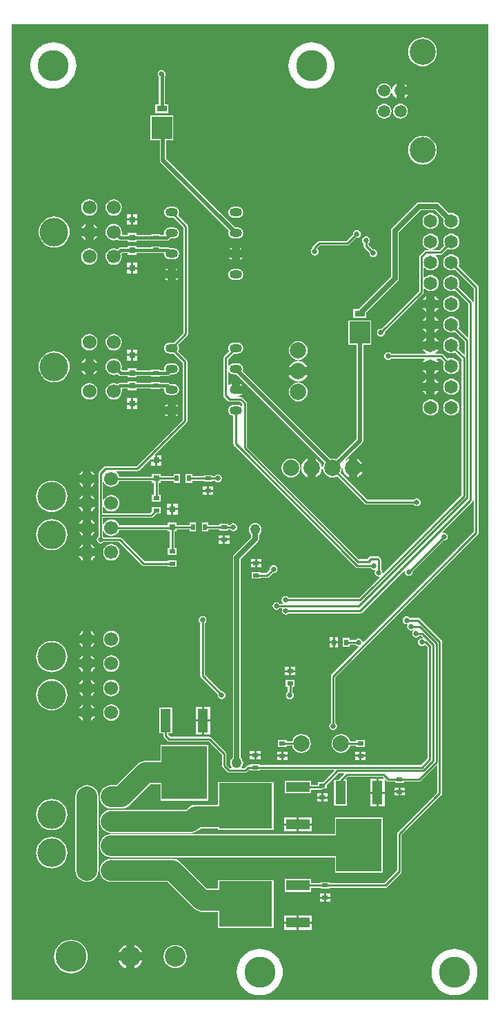
<source format=gbl>
G04*
G04 #@! TF.GenerationSoftware,Altium Limited,Altium Designer,18.1.6 (161)*
G04*
G04 Layer_Physical_Order=2*
G04 Layer_Color=16711680*
%FSLAX44Y44*%
%MOMM*%
G71*
G01*
G75*
%ADD11C,0.2540*%
%ADD46R,0.8000X0.5000*%
%ADD49R,0.5000X0.8000*%
%ADD50R,1.2700X0.7620*%
%ADD51R,2.5400X2.6670*%
%ADD55R,0.8000X0.8000*%
%ADD56C,0.3810*%
%ADD57C,0.6350*%
%ADD58C,2.5400*%
%ADD60C,0.5080*%
%ADD61C,3.2000*%
%ADD62C,1.5200*%
%ADD63C,2.0000*%
%ADD64O,1.5240X1.0160*%
%ADD65C,3.8100*%
%ADD66C,2.5400*%
%ADD67C,1.7000*%
%ADD68C,3.5000*%
%ADD69C,1.6510*%
%ADD70C,0.6350*%
%ADD71C,1.2700*%
%ADD72R,1.2500X2.8500*%
%ADD73R,5.5500X6.5000*%
%ADD74R,2.8500X1.2500*%
%ADD75R,6.5000X5.5500*%
G36*
X586630Y1558D02*
X1674D01*
Y1197004D01*
X586630D01*
Y1558D01*
D02*
G37*
%LPC*%
G36*
X505714Y1180425D02*
X502279Y1180086D01*
X498975Y1179084D01*
X495931Y1177457D01*
X493263Y1175267D01*
X491073Y1172599D01*
X489446Y1169555D01*
X488444Y1166251D01*
X488105Y1162816D01*
X488444Y1159381D01*
X489446Y1156077D01*
X491073Y1153033D01*
X493263Y1150365D01*
X495931Y1148175D01*
X498975Y1146548D01*
X502279Y1145546D01*
X505714Y1145207D01*
X509149Y1145546D01*
X512453Y1146548D01*
X515497Y1148175D01*
X518165Y1150365D01*
X520355Y1153033D01*
X521982Y1156077D01*
X522984Y1159381D01*
X523323Y1162816D01*
X522984Y1166251D01*
X521982Y1169555D01*
X520355Y1172599D01*
X518165Y1175267D01*
X515497Y1177457D01*
X512453Y1179084D01*
X509149Y1180086D01*
X505714Y1180425D01*
D02*
G37*
G36*
X483694Y1123987D02*
Y1120196D01*
X487485D01*
X487471Y1120230D01*
X485846Y1122348D01*
X483728Y1123973D01*
X483694Y1123987D01*
D02*
G37*
G36*
X369463Y1174455D02*
X365039Y1174107D01*
X360724Y1173071D01*
X356624Y1171372D01*
X352840Y1169053D01*
X349465Y1166171D01*
X346583Y1162797D01*
X344264Y1159013D01*
X342566Y1154913D01*
X341530Y1150598D01*
X341182Y1146174D01*
X341530Y1141749D01*
X342566Y1137434D01*
X344264Y1133334D01*
X346583Y1129550D01*
X349465Y1126176D01*
X352840Y1123294D01*
X356624Y1120975D01*
X360724Y1119277D01*
X365039Y1118241D01*
X369463Y1117892D01*
X373887Y1118241D01*
X378203Y1119277D01*
X382303Y1120975D01*
X386086Y1123294D01*
X389461Y1126176D01*
X392343Y1129550D01*
X394662Y1133334D01*
X396360Y1137434D01*
X397396Y1141749D01*
X397744Y1146174D01*
X397396Y1150598D01*
X396360Y1154913D01*
X394662Y1159013D01*
X392343Y1162797D01*
X389461Y1166171D01*
X386086Y1169053D01*
X382303Y1171372D01*
X378203Y1173071D01*
X373887Y1174107D01*
X369463Y1174455D01*
D02*
G37*
G36*
X52577D02*
X48153Y1174107D01*
X43838Y1173071D01*
X39738Y1171372D01*
X35954Y1169053D01*
X32579Y1166171D01*
X29697Y1162797D01*
X27378Y1159013D01*
X25680Y1154913D01*
X24644Y1150598D01*
X24296Y1146174D01*
X24644Y1141749D01*
X25680Y1137434D01*
X27378Y1133334D01*
X29697Y1129550D01*
X32579Y1126176D01*
X35954Y1123294D01*
X39738Y1120975D01*
X43838Y1119277D01*
X48153Y1118241D01*
X52577Y1117892D01*
X57001Y1118241D01*
X61316Y1119277D01*
X65416Y1120975D01*
X69200Y1123294D01*
X72575Y1126176D01*
X75457Y1129550D01*
X77776Y1133334D01*
X79474Y1137434D01*
X80510Y1141749D01*
X80858Y1146174D01*
X80510Y1150598D01*
X79474Y1154913D01*
X77776Y1159013D01*
X75457Y1162797D01*
X72575Y1166171D01*
X69200Y1169053D01*
X65416Y1171372D01*
X61316Y1173071D01*
X57001Y1174107D01*
X52577Y1174455D01*
D02*
G37*
G36*
X458614Y1124319D02*
X456232Y1124005D01*
X454013Y1123086D01*
X452107Y1121623D01*
X450644Y1119717D01*
X449725Y1117498D01*
X449411Y1115116D01*
X449725Y1112734D01*
X450644Y1110515D01*
X452107Y1108609D01*
X454013Y1107146D01*
X456232Y1106227D01*
X458614Y1105913D01*
X460996Y1106227D01*
X463215Y1107146D01*
X465121Y1108609D01*
X466584Y1110515D01*
X467439Y1112580D01*
X467540Y1112607D01*
X468735Y1112469D01*
X469757Y1110002D01*
X471382Y1107884D01*
X473500Y1106259D01*
X473534Y1106245D01*
Y1115116D01*
Y1123987D01*
X473500Y1123973D01*
X471382Y1122348D01*
X469757Y1120230D01*
X468735Y1117763D01*
X467540Y1117625D01*
X467439Y1117652D01*
X466584Y1119717D01*
X465121Y1121623D01*
X463215Y1123086D01*
X460996Y1124005D01*
X458614Y1124319D01*
D02*
G37*
G36*
X487485Y1110036D02*
X483694D01*
Y1106245D01*
X483728Y1106259D01*
X485846Y1107884D01*
X487471Y1110002D01*
X487485Y1110036D01*
D02*
G37*
G36*
X185494Y1140791D02*
X183660Y1140426D01*
X182106Y1139388D01*
X181067Y1137833D01*
X180703Y1136000D01*
X181067Y1134166D01*
X182100Y1132621D01*
Y1098631D01*
X177750D01*
Y1087963D01*
X193498D01*
Y1098631D01*
X189093D01*
Y1132928D01*
X189920Y1134166D01*
X190285Y1136000D01*
X189920Y1137833D01*
X188881Y1139388D01*
X187327Y1140426D01*
X185494Y1140791D01*
D02*
G37*
G36*
X478614Y1099319D02*
X476232Y1099005D01*
X474013Y1098086D01*
X472107Y1096623D01*
X470644Y1094717D01*
X469725Y1092498D01*
X469411Y1090116D01*
X469725Y1087734D01*
X470644Y1085515D01*
X472107Y1083609D01*
X474013Y1082146D01*
X476232Y1081227D01*
X478614Y1080913D01*
X480996Y1081227D01*
X483215Y1082146D01*
X485121Y1083609D01*
X486584Y1085515D01*
X487503Y1087734D01*
X487817Y1090116D01*
X487503Y1092498D01*
X486584Y1094717D01*
X485121Y1096623D01*
X483215Y1098086D01*
X480996Y1099005D01*
X478614Y1099319D01*
D02*
G37*
G36*
X458614D02*
X456232Y1099005D01*
X454013Y1098086D01*
X452107Y1096623D01*
X450644Y1094717D01*
X449725Y1092498D01*
X449411Y1090116D01*
X449725Y1087734D01*
X450644Y1085515D01*
X452107Y1083609D01*
X454013Y1082146D01*
X456232Y1081227D01*
X458614Y1080913D01*
X460996Y1081227D01*
X463215Y1082146D01*
X465121Y1083609D01*
X466584Y1085515D01*
X467503Y1087734D01*
X467817Y1090116D01*
X467503Y1092498D01*
X466584Y1094717D01*
X465121Y1096623D01*
X463215Y1098086D01*
X460996Y1099005D01*
X458614Y1099319D01*
D02*
G37*
G36*
X505714Y1060025D02*
X502279Y1059686D01*
X498975Y1058684D01*
X495931Y1057057D01*
X493263Y1054867D01*
X491073Y1052199D01*
X489446Y1049155D01*
X488444Y1045851D01*
X488105Y1042416D01*
X488444Y1038981D01*
X489446Y1035677D01*
X491073Y1032633D01*
X493263Y1029965D01*
X495931Y1027775D01*
X498975Y1026148D01*
X502279Y1025146D01*
X505714Y1024807D01*
X509149Y1025146D01*
X512453Y1026148D01*
X515497Y1027775D01*
X518165Y1029965D01*
X520355Y1032633D01*
X521982Y1035677D01*
X522984Y1038981D01*
X523323Y1042416D01*
X522984Y1045851D01*
X521982Y1049155D01*
X520355Y1052199D01*
X518165Y1054867D01*
X515497Y1057057D01*
X512453Y1058684D01*
X509149Y1059686D01*
X505714Y1060025D01*
D02*
G37*
G36*
X126705Y982215D02*
X124089Y981870D01*
X121650Y980860D01*
X119556Y979253D01*
X117949Y977159D01*
X116939Y974721D01*
X116595Y972104D01*
X116939Y969487D01*
X117949Y967049D01*
X119556Y964955D01*
X121650Y963348D01*
X124089Y962338D01*
X126705Y961993D01*
X129322Y962338D01*
X131761Y963348D01*
X133855Y964955D01*
X135461Y967049D01*
X136471Y969487D01*
X136816Y972104D01*
X136471Y974721D01*
X135461Y977159D01*
X133855Y979253D01*
X131761Y980860D01*
X129322Y981870D01*
X126705Y982215D01*
D02*
G37*
G36*
X96705D02*
X94089Y981870D01*
X91650Y980860D01*
X89556Y979253D01*
X87949Y977159D01*
X86939Y974721D01*
X86595Y972104D01*
X86939Y969487D01*
X87949Y967049D01*
X89556Y964955D01*
X91650Y963348D01*
X94089Y962338D01*
X96705Y961993D01*
X99322Y962338D01*
X101761Y963348D01*
X103855Y964955D01*
X105461Y967049D01*
X106471Y969487D01*
X106816Y972104D01*
X106471Y974721D01*
X105461Y977159D01*
X103855Y979253D01*
X101761Y980860D01*
X99322Y981870D01*
X96705Y982215D01*
D02*
G37*
G36*
X278960Y972895D02*
X273880D01*
X272156Y972668D01*
X270550Y972003D01*
X269170Y970944D01*
X268111Y969565D01*
X267446Y967958D01*
X267219Y966234D01*
X267446Y964510D01*
X268111Y962904D01*
X269170Y961524D01*
X270550Y960465D01*
X272156Y959800D01*
X273880Y959573D01*
X278960D01*
X280684Y959800D01*
X282291Y960465D01*
X283670Y961524D01*
X284729Y962904D01*
X285394Y964510D01*
X285621Y966234D01*
X285394Y967958D01*
X284729Y969565D01*
X283670Y970944D01*
X282291Y972003D01*
X280684Y972668D01*
X278960Y972895D01*
D02*
G37*
G36*
X155890Y963971D02*
X150620D01*
Y958701D01*
X155890D01*
Y963971D01*
D02*
G37*
G36*
X148080D02*
X142810D01*
Y958701D01*
X148080D01*
Y963971D01*
D02*
G37*
G36*
X155890Y956161D02*
X150620D01*
Y950891D01*
X155890D01*
Y956161D01*
D02*
G37*
G36*
X148080D02*
X142810D01*
Y950891D01*
X148080D01*
Y956161D01*
D02*
G37*
G36*
X101785Y951949D02*
Y947184D01*
X106551D01*
X106349Y947672D01*
X104579Y949978D01*
X102273Y951747D01*
X101785Y951949D01*
D02*
G37*
G36*
X91625Y951949D02*
X91138Y951747D01*
X88832Y949978D01*
X87062Y947672D01*
X86860Y947184D01*
X91625D01*
Y951949D01*
D02*
G37*
G36*
X523208Y978486D02*
X501502D01*
X499669Y978122D01*
X498114Y977083D01*
X468396Y947365D01*
X467358Y945811D01*
X466993Y943977D01*
Y887358D01*
X427233Y847598D01*
X420800D01*
Y836930D01*
X436548D01*
Y843362D01*
X475172Y881986D01*
X476211Y883540D01*
X476575Y885374D01*
Y941993D01*
X503487Y968904D01*
X521223D01*
X531670Y958457D01*
X531612Y958317D01*
X531276Y955764D01*
X531612Y953211D01*
X532598Y950832D01*
X534165Y948790D01*
X536208Y947222D01*
X538587Y946237D01*
X541139Y945901D01*
X543692Y946237D01*
X546071Y947222D01*
X548114Y948790D01*
X549681Y950832D01*
X550667Y953211D01*
X551003Y955764D01*
X550667Y958317D01*
X549681Y960696D01*
X548114Y962738D01*
X546071Y964306D01*
X543692Y965291D01*
X541139Y965627D01*
X538587Y965291D01*
X538446Y965233D01*
X526596Y977083D01*
X525042Y978122D01*
X523208Y978486D01*
D02*
G37*
G36*
X515740Y965627D02*
X513187Y965291D01*
X510808Y964306D01*
X508765Y962738D01*
X507197Y960696D01*
X506212Y958317D01*
X505876Y955764D01*
X506212Y953211D01*
X507197Y950832D01*
X508765Y948790D01*
X510808Y947222D01*
X513187Y946237D01*
X515740Y945901D01*
X518292Y946237D01*
X520671Y947222D01*
X522714Y948790D01*
X524281Y950832D01*
X525267Y953211D01*
X525603Y955764D01*
X525267Y958317D01*
X524281Y960696D01*
X522714Y962738D01*
X520671Y964306D01*
X518292Y965291D01*
X515740Y965627D01*
D02*
G37*
G36*
X425065Y944540D02*
X423231Y944176D01*
X421677Y943137D01*
X420638Y941583D01*
X420273Y939749D01*
X420400Y939113D01*
X412543Y931257D01*
X379002D01*
X377912Y931040D01*
X376988Y930423D01*
X376988Y930423D01*
X371473Y924908D01*
X370855Y923984D01*
X370639Y922894D01*
X370639Y922894D01*
Y921860D01*
X370100Y921499D01*
X369061Y919945D01*
X368696Y918112D01*
X369061Y916278D01*
X370100Y914724D01*
X371654Y913685D01*
X373487Y913321D01*
X375321Y913685D01*
X376875Y914724D01*
X377914Y916278D01*
X378278Y918112D01*
X377914Y919945D01*
X376875Y921499D01*
X376808Y922185D01*
X380182Y925559D01*
X413723D01*
X413723Y925559D01*
X414813Y925776D01*
X415738Y926394D01*
X424429Y935085D01*
X425065Y934958D01*
X426898Y935323D01*
X428452Y936362D01*
X429491Y937916D01*
X429855Y939749D01*
X429491Y941583D01*
X428452Y943137D01*
X426898Y944176D01*
X425065Y944540D01*
D02*
G37*
G36*
X199848Y1084661D02*
X171400D01*
Y1054943D01*
X183080D01*
Y1030031D01*
X183395Y1028445D01*
X184293Y1027101D01*
X267853Y943541D01*
X267446Y942558D01*
X267219Y940834D01*
X267446Y939110D01*
X268111Y937504D01*
X269170Y936124D01*
X270550Y935065D01*
X272156Y934400D01*
X273880Y934173D01*
X278960D01*
X280684Y934400D01*
X282291Y935065D01*
X283670Y936124D01*
X284729Y937504D01*
X285394Y939110D01*
X285621Y940834D01*
X285394Y942558D01*
X284729Y944165D01*
X283670Y945544D01*
X282291Y946603D01*
X280684Y947268D01*
X278960Y947495D01*
X275619D01*
X191367Y1031747D01*
Y1054943D01*
X199848D01*
Y1084661D01*
D02*
G37*
G36*
X106551Y937024D02*
X101785D01*
Y932259D01*
X102273Y932461D01*
X104579Y934230D01*
X106349Y936536D01*
X106551Y937024D01*
D02*
G37*
G36*
X91625D02*
X86860D01*
X87062Y936536D01*
X88832Y934230D01*
X91138Y932461D01*
X91625Y932259D01*
Y937024D01*
D02*
G37*
G36*
X126705Y952215D02*
X124089Y951870D01*
X121650Y950860D01*
X119556Y949253D01*
X117949Y947159D01*
X116939Y944721D01*
X116595Y942104D01*
X116939Y939487D01*
X117949Y937049D01*
X119556Y934955D01*
X121650Y933348D01*
X124089Y932338D01*
X126705Y931993D01*
X129322Y932338D01*
X131351Y933178D01*
X131762Y932768D01*
X132896Y932010D01*
X134234Y931744D01*
X143826D01*
Y929907D01*
X154874D01*
Y931744D01*
X172669D01*
Y931401D01*
X183717D01*
Y931744D01*
X192086D01*
X193424Y932010D01*
X194559Y932768D01*
X195963Y934173D01*
X200220D01*
X201944Y934400D01*
X203551Y935065D01*
X204930Y936124D01*
X205989Y937504D01*
X206654Y939110D01*
X206881Y940834D01*
X206654Y942558D01*
X205989Y944165D01*
X204930Y945544D01*
X203551Y946603D01*
X201944Y947268D01*
X200220Y947495D01*
X195140D01*
X193416Y947268D01*
X191810Y946603D01*
X190430Y945544D01*
X189371Y944165D01*
X188706Y942558D01*
X188479Y940834D01*
X188588Y940006D01*
X187567Y938736D01*
X183717D01*
Y939449D01*
X172669D01*
Y938736D01*
X154874D01*
Y940955D01*
X143826D01*
Y938736D01*
X137393D01*
X136540Y940006D01*
X136816Y942104D01*
X136471Y944721D01*
X135461Y947159D01*
X133855Y949253D01*
X131761Y950860D01*
X129322Y951870D01*
X126705Y952215D01*
D02*
G37*
G36*
X154874Y925402D02*
X143826D01*
Y923736D01*
X135506D01*
X135506Y923736D01*
X134168Y923470D01*
X133034Y922712D01*
X131351Y921030D01*
X129322Y921870D01*
X126705Y922215D01*
X124089Y921870D01*
X121650Y920860D01*
X119556Y919253D01*
X117949Y917159D01*
X116939Y914721D01*
X116595Y912104D01*
X116939Y909487D01*
X117949Y907049D01*
X119556Y904955D01*
X121650Y903348D01*
X124089Y902338D01*
X126705Y901993D01*
X129322Y902338D01*
X131761Y903348D01*
X133855Y904955D01*
X135461Y907049D01*
X136471Y909487D01*
X136816Y912104D01*
X136471Y914721D01*
X136020Y915810D01*
X136954Y916744D01*
X143826D01*
Y914353D01*
X154874D01*
Y916744D01*
X172669D01*
Y916401D01*
X183717D01*
Y916744D01*
X187688D01*
X188526Y915789D01*
X188479Y915434D01*
X188706Y913710D01*
X189371Y912104D01*
X190430Y910724D01*
X191810Y909665D01*
X193416Y909000D01*
X195140Y908773D01*
X200220D01*
X201944Y909000D01*
X203551Y909665D01*
X204930Y910724D01*
X205989Y912104D01*
X206654Y913710D01*
X206881Y915434D01*
X206654Y917158D01*
X205989Y918764D01*
X204930Y920144D01*
X203551Y921203D01*
X201944Y921868D01*
X200220Y922095D01*
X195963D01*
X195346Y922712D01*
X194212Y923470D01*
X192874Y923736D01*
X183717D01*
Y924449D01*
X172669D01*
Y923736D01*
X154874D01*
Y925402D01*
D02*
G37*
G36*
X53505Y961220D02*
X49776Y960853D01*
X46190Y959765D01*
X42885Y957998D01*
X39988Y955621D01*
X37611Y952724D01*
X35845Y949419D01*
X34757Y945833D01*
X34389Y942104D01*
X34757Y938375D01*
X35845Y934789D01*
X37611Y931484D01*
X39988Y928587D01*
X42885Y926210D01*
X46190Y924443D01*
X49776Y923355D01*
X53505Y922988D01*
X57235Y923355D01*
X60821Y924443D01*
X64126Y926210D01*
X67023Y928587D01*
X69400Y931484D01*
X71166Y934789D01*
X72254Y938375D01*
X72621Y942104D01*
X72254Y945833D01*
X71166Y949419D01*
X69400Y952724D01*
X67023Y955621D01*
X64126Y957998D01*
X60821Y959765D01*
X57235Y960853D01*
X53505Y961220D01*
D02*
G37*
G36*
X281500Y922630D02*
Y920514D01*
X284667D01*
X284395Y920869D01*
X282803Y922090D01*
X281500Y922630D01*
D02*
G37*
G36*
X271340D02*
X270037Y922090D01*
X268445Y920869D01*
X268173Y920514D01*
X271340D01*
Y922630D01*
D02*
G37*
G36*
X541139Y940227D02*
X538587Y939891D01*
X536208Y938906D01*
X534165Y937338D01*
X532598Y935296D01*
X531612Y932917D01*
X531276Y930364D01*
X531612Y927811D01*
X532475Y925728D01*
X526621Y919874D01*
X519287D01*
X519035Y921144D01*
X520671Y921822D01*
X522714Y923390D01*
X524281Y925432D01*
X525267Y927811D01*
X525603Y930364D01*
X525267Y932917D01*
X524281Y935296D01*
X522714Y937338D01*
X520671Y938906D01*
X518292Y939891D01*
X515740Y940227D01*
X513187Y939891D01*
X510808Y938906D01*
X508765Y937338D01*
X507197Y935296D01*
X506212Y932917D01*
X505876Y930364D01*
X506212Y927811D01*
X507197Y925432D01*
X508765Y923390D01*
X510808Y921822D01*
X512444Y921144D01*
X512192Y919874D01*
X509556D01*
X508466Y919657D01*
X507542Y919040D01*
X507542Y919040D01*
X502323Y913821D01*
X501705Y912897D01*
X501488Y911807D01*
X501488Y911806D01*
Y869690D01*
X455300Y823502D01*
X454664Y823628D01*
X452831Y823263D01*
X451276Y822225D01*
X450238Y820670D01*
X449873Y818837D01*
X450238Y817004D01*
X451276Y815449D01*
X452831Y814411D01*
X454664Y814046D01*
X456497Y814411D01*
X458052Y815449D01*
X459090Y817004D01*
X459455Y818837D01*
X459328Y819473D01*
X506351Y866496D01*
X506352Y866496D01*
X506969Y867420D01*
X507186Y868510D01*
Y872561D01*
X508456Y872992D01*
X508765Y872589D01*
X510808Y871022D01*
X513187Y870037D01*
X515740Y869701D01*
X518292Y870037D01*
X520671Y871022D01*
X522714Y872589D01*
X524281Y874632D01*
X525267Y877011D01*
X525603Y879564D01*
X525267Y882117D01*
X524281Y884496D01*
X522714Y886538D01*
X520671Y888106D01*
X518292Y889091D01*
X515740Y889427D01*
X513187Y889091D01*
X510808Y888106D01*
X508765Y886538D01*
X508456Y886136D01*
X507186Y886567D01*
Y897961D01*
X508456Y898392D01*
X508765Y897990D01*
X510808Y896422D01*
X513187Y895437D01*
X515740Y895101D01*
X518292Y895437D01*
X520671Y896422D01*
X522714Y897990D01*
X524281Y900032D01*
X525267Y902411D01*
X525603Y904964D01*
X525267Y907517D01*
X524281Y909896D01*
X522714Y911938D01*
X521452Y912907D01*
X521883Y914177D01*
X527801D01*
X527801Y914177D01*
X528891Y914394D01*
X529815Y915011D01*
X536504Y921700D01*
X538587Y920837D01*
X541139Y920501D01*
X543692Y920837D01*
X546071Y921822D01*
X548114Y923390D01*
X549681Y925432D01*
X550667Y927811D01*
X551003Y930364D01*
X550667Y932917D01*
X549681Y935296D01*
X548114Y937338D01*
X546071Y938906D01*
X543692Y939891D01*
X541139Y940227D01*
D02*
G37*
G36*
X436360Y936886D02*
X434526Y936521D01*
X432972Y935483D01*
X431933Y933928D01*
X431569Y932095D01*
X431933Y930261D01*
X432972Y928707D01*
X433511Y928347D01*
Y925208D01*
X433511Y925208D01*
X433728Y924117D01*
X434345Y923193D01*
X440751Y916788D01*
X440624Y916152D01*
X440989Y914319D01*
X442027Y912764D01*
X443582Y911726D01*
X445415Y911361D01*
X447249Y911726D01*
X448803Y912764D01*
X449841Y914319D01*
X450206Y916152D01*
X449841Y917986D01*
X448803Y919540D01*
X447249Y920578D01*
X445415Y920943D01*
X444779Y920817D01*
X439208Y926388D01*
Y928347D01*
X439747Y928707D01*
X440786Y930261D01*
X441151Y932095D01*
X440786Y933928D01*
X439747Y935483D01*
X438193Y936521D01*
X436360Y936886D01*
D02*
G37*
G36*
X284667Y910354D02*
X281500D01*
Y908238D01*
X282803Y908778D01*
X284395Y909999D01*
X284667Y910354D01*
D02*
G37*
G36*
X271340D02*
X268173D01*
X268445Y909999D01*
X270037Y908778D01*
X271340Y908238D01*
Y910354D01*
D02*
G37*
G36*
X96705Y922215D02*
X94089Y921870D01*
X91650Y920860D01*
X89556Y919253D01*
X87949Y917159D01*
X86939Y914721D01*
X86595Y912104D01*
X86939Y909487D01*
X87949Y907049D01*
X89556Y904955D01*
X91650Y903348D01*
X94089Y902338D01*
X96705Y901993D01*
X99322Y902338D01*
X101761Y903348D01*
X103855Y904955D01*
X105461Y907049D01*
X106471Y909487D01*
X106816Y912104D01*
X106471Y914721D01*
X105461Y917159D01*
X103855Y919253D01*
X101761Y920860D01*
X99322Y921870D01*
X96705Y922215D01*
D02*
G37*
G36*
X155890Y904417D02*
X150620D01*
Y899147D01*
X155890D01*
Y904417D01*
D02*
G37*
G36*
X148080D02*
X142810D01*
Y899147D01*
X148080D01*
Y904417D01*
D02*
G37*
G36*
X202760Y897230D02*
Y895114D01*
X205927D01*
X205655Y895469D01*
X204063Y896690D01*
X202760Y897230D01*
D02*
G37*
G36*
X192600D02*
X191297Y896690D01*
X189705Y895469D01*
X189433Y895114D01*
X192600D01*
Y897230D01*
D02*
G37*
G36*
X155890Y896608D02*
X150620D01*
Y891338D01*
X155890D01*
Y896608D01*
D02*
G37*
G36*
X148080D02*
X142810D01*
Y891338D01*
X148080D01*
Y896608D01*
D02*
G37*
G36*
X278960Y896695D02*
X273880D01*
X272156Y896468D01*
X270550Y895803D01*
X269170Y894744D01*
X268111Y893364D01*
X267446Y891758D01*
X267219Y890034D01*
X267446Y888310D01*
X268111Y886703D01*
X269170Y885324D01*
X270550Y884265D01*
X272156Y883600D01*
X273880Y883373D01*
X278960D01*
X280684Y883600D01*
X282291Y884265D01*
X283670Y885324D01*
X284729Y886703D01*
X285394Y888310D01*
X285621Y890034D01*
X285394Y891758D01*
X284729Y893364D01*
X283670Y894744D01*
X282291Y895803D01*
X280684Y896468D01*
X278960Y896695D01*
D02*
G37*
G36*
X205927Y884954D02*
X202760D01*
Y882838D01*
X204063Y883378D01*
X205655Y884599D01*
X205927Y884954D01*
D02*
G37*
G36*
X192600D02*
X189433D01*
X189705Y884599D01*
X191297Y883378D01*
X192600Y882838D01*
Y884954D01*
D02*
G37*
G36*
X520820Y863744D02*
Y859244D01*
X525320D01*
X525169Y859608D01*
X523439Y861863D01*
X521184Y863593D01*
X520820Y863744D01*
D02*
G37*
G36*
X510659D02*
X510295Y863593D01*
X508040Y861863D01*
X506310Y859608D01*
X506159Y859244D01*
X510659D01*
Y863744D01*
D02*
G37*
G36*
X541139Y914827D02*
X538587Y914491D01*
X536208Y913506D01*
X534165Y911938D01*
X532598Y909896D01*
X531612Y907517D01*
X531276Y904964D01*
X531612Y902411D01*
X532598Y900032D01*
X534165Y897990D01*
X536208Y896422D01*
X538587Y895437D01*
X541139Y895101D01*
X543692Y895437D01*
X545775Y896300D01*
X568743Y873332D01*
Y856562D01*
X567473Y856437D01*
X567345Y857081D01*
X566727Y858005D01*
X566727Y858005D01*
X549804Y874928D01*
X550667Y877011D01*
X551003Y879564D01*
X550667Y882117D01*
X549681Y884496D01*
X548114Y886538D01*
X546071Y888106D01*
X543692Y889091D01*
X541139Y889427D01*
X538587Y889091D01*
X536208Y888106D01*
X534165Y886538D01*
X532598Y884496D01*
X531612Y882117D01*
X531276Y879564D01*
X531612Y877011D01*
X532598Y874632D01*
X534165Y872589D01*
X536208Y871022D01*
X538587Y870037D01*
X541139Y869701D01*
X543692Y870037D01*
X545775Y870900D01*
X561864Y854811D01*
Y813728D01*
X560690Y813242D01*
X549804Y824128D01*
X550667Y826211D01*
X551003Y828764D01*
X550667Y831317D01*
X549681Y833696D01*
X548114Y835739D01*
X546071Y837306D01*
X543692Y838291D01*
X541139Y838627D01*
X538587Y838291D01*
X536208Y837306D01*
X534165Y835739D01*
X532598Y833696D01*
X531612Y831317D01*
X531276Y828764D01*
X531612Y826211D01*
X532598Y823832D01*
X534165Y821789D01*
X536208Y820222D01*
X538587Y819237D01*
X541139Y818901D01*
X543692Y819237D01*
X545775Y820099D01*
X557800Y808075D01*
Y792392D01*
X556627Y791906D01*
X549804Y798728D01*
X550667Y800811D01*
X551003Y803364D01*
X550667Y805917D01*
X549681Y808296D01*
X548114Y810339D01*
X546071Y811906D01*
X543692Y812891D01*
X541139Y813227D01*
X538587Y812891D01*
X536208Y811906D01*
X534165Y810339D01*
X532598Y808296D01*
X531612Y805917D01*
X531276Y803364D01*
X531612Y800811D01*
X532598Y798432D01*
X534165Y796389D01*
X536208Y794822D01*
X538587Y793837D01*
X541139Y793501D01*
X543692Y793837D01*
X545775Y794699D01*
X553736Y786739D01*
Y620051D01*
X457560Y523876D01*
X456390Y524501D01*
X456446Y524783D01*
X456081Y526616D01*
X455043Y528170D01*
X455002Y528198D01*
Y540336D01*
X454785Y541426D01*
X454168Y542351D01*
X454168Y542351D01*
X452629Y543889D01*
X451705Y544507D01*
X450615Y544724D01*
X450615Y544723D01*
X442380D01*
X441290Y544507D01*
X440366Y543889D01*
X440366Y543889D01*
X437671Y541194D01*
X427580D01*
X290151Y678624D01*
Y732519D01*
X290151Y732520D01*
X289934Y733610D01*
X289317Y734534D01*
X289317Y734534D01*
X284531Y739319D01*
X283607Y739937D01*
X282517Y740153D01*
X282517Y740153D01*
X279386D01*
X279303Y741423D01*
X280949Y741640D01*
X282803Y742408D01*
X284395Y743629D01*
X284667Y743984D01*
X276420D01*
Y749064D01*
X271340D01*
Y756260D01*
X270037Y755720D01*
X268445Y754499D01*
X268277Y754279D01*
X267007Y754710D01*
Y770579D01*
X267418Y770785D01*
X268277Y770918D01*
X269170Y769754D01*
X270550Y768695D01*
X272156Y768030D01*
X273880Y767803D01*
X277221D01*
X385496Y659528D01*
X384965Y658836D01*
X383804Y656033D01*
X383498Y653709D01*
X383484Y653604D01*
X382203D01*
X382189Y653709D01*
X381848Y656298D01*
X380585Y659349D01*
X378575Y661968D01*
X375955Y663978D01*
X374711Y664493D01*
Y653024D01*
Y641555D01*
X375955Y642071D01*
X378575Y644081D01*
X380585Y646700D01*
X381848Y649751D01*
X382189Y652340D01*
X382203Y652445D01*
X383484D01*
X383498Y652340D01*
X383804Y650016D01*
X384965Y647213D01*
X386812Y644805D01*
X389219Y642958D01*
X392023Y641797D01*
X395031Y641401D01*
X398039Y641797D01*
X400843Y642958D01*
X400970Y643056D01*
X434930Y609097D01*
X434930Y609097D01*
X435854Y608479D01*
X436944Y608263D01*
X436971Y608268D01*
X495007D01*
X495367Y607729D01*
X496921Y606690D01*
X498755Y606326D01*
X500588Y606690D01*
X502143Y607729D01*
X503181Y609283D01*
X503546Y611117D01*
X503181Y612950D01*
X502143Y614505D01*
X500588Y615543D01*
X498755Y615908D01*
X496921Y615543D01*
X495367Y614505D01*
X495007Y613965D01*
X438119D01*
X404999Y647085D01*
X405097Y647213D01*
X406258Y650016D01*
X406564Y652340D01*
X406578Y652445D01*
X407859D01*
X407873Y652340D01*
X408214Y649751D01*
X409477Y646700D01*
X411487Y644081D01*
X414107Y642071D01*
X415351Y641555D01*
Y653024D01*
Y664493D01*
X414107Y663978D01*
X412103Y662441D01*
X411264Y663398D01*
X431604Y683738D01*
X432503Y685082D01*
X432818Y686668D01*
Y803910D01*
X442898D01*
Y833628D01*
X414450D01*
Y803910D01*
X424531D01*
Y688384D01*
X399707Y663561D01*
X398039Y664252D01*
X395031Y664648D01*
X392438Y664306D01*
X284987Y771757D01*
X285394Y772740D01*
X285621Y774464D01*
X285394Y776188D01*
X284729Y777794D01*
X283670Y779174D01*
X282291Y780233D01*
X280684Y780898D01*
X278960Y781125D01*
X273880D01*
X272156Y780898D01*
X270550Y780233D01*
X269170Y779174D01*
X268277Y778010D01*
X267418Y778143D01*
X267007Y778350D01*
Y786422D01*
X273799Y793214D01*
X273880Y793203D01*
X278960D01*
X280684Y793430D01*
X282291Y794095D01*
X283670Y795154D01*
X284729Y796534D01*
X285394Y798140D01*
X285621Y799864D01*
X285394Y801588D01*
X284729Y803195D01*
X283670Y804574D01*
X282291Y805633D01*
X280684Y806298D01*
X278960Y806525D01*
X273880D01*
X272156Y806298D01*
X270550Y805633D01*
X269170Y804574D01*
X268111Y803195D01*
X267446Y801588D01*
X267219Y799864D01*
X267446Y798140D01*
X268111Y796534D01*
X268524Y795996D01*
X262144Y789617D01*
X261527Y788692D01*
X261310Y787602D01*
X261310Y787602D01*
Y741923D01*
X261310Y741923D01*
X261527Y740833D01*
X262144Y739909D01*
X266762Y735290D01*
X266762Y735290D01*
X267686Y734673D01*
X268776Y734456D01*
X281337D01*
X284454Y731339D01*
Y729364D01*
X283183Y728747D01*
X282291Y729433D01*
X280684Y730098D01*
X278960Y730325D01*
X273880D01*
X272156Y730098D01*
X270550Y729433D01*
X269170Y728374D01*
X268111Y726994D01*
X267446Y725388D01*
X267219Y723664D01*
X267446Y721940D01*
X268111Y720333D01*
X269170Y718954D01*
X270550Y717895D01*
X272156Y717230D01*
X273571Y717044D01*
Y682579D01*
X273571Y682579D01*
X273788Y681488D01*
X274406Y680564D01*
X423900Y531070D01*
X423900Y531070D01*
X424824Y530452D01*
X425914Y530236D01*
X425914Y530236D01*
X442436D01*
X442797Y529697D01*
X444351Y528658D01*
X446184Y528293D01*
X446920Y528439D01*
X447683Y527297D01*
X447229Y526616D01*
X446864Y524783D01*
X447229Y522949D01*
X448267Y521395D01*
X449821Y520356D01*
X451655Y519992D01*
X451936Y520048D01*
X452562Y518877D01*
X427740Y494055D01*
X341427D01*
X341067Y494594D01*
X339513Y495633D01*
X337679Y495997D01*
X335846Y495633D01*
X334292Y494594D01*
X333253Y493040D01*
X332888Y491206D01*
X333253Y489373D01*
X334218Y487928D01*
X334092Y487397D01*
X333742Y486658D01*
X330084D01*
X329777Y487119D01*
X328222Y488157D01*
X326389Y488522D01*
X324555Y488157D01*
X323001Y487119D01*
X321963Y485564D01*
X321598Y483731D01*
X321963Y481898D01*
X323001Y480343D01*
X324555Y479305D01*
X326389Y478940D01*
X328222Y479305D01*
X329777Y480343D01*
X330189Y480961D01*
X332979D01*
X333577Y479841D01*
X333466Y479674D01*
X333101Y477840D01*
X333466Y476007D01*
X334504Y474453D01*
X336059Y473414D01*
X337892Y473049D01*
X339726Y473414D01*
X341280Y474453D01*
X341640Y474992D01*
X429148D01*
X429148Y474992D01*
X430238Y475209D01*
X431162Y475826D01*
X482793Y527457D01*
X483083Y527420D01*
X484097Y526010D01*
X484001Y525528D01*
X484366Y523694D01*
X485404Y522140D01*
X486959Y521102D01*
X488792Y520737D01*
X490626Y521102D01*
X492180Y522140D01*
X493218Y523694D01*
X493583Y525528D01*
X493457Y526164D01*
X531373Y564080D01*
X532077Y563940D01*
X533910Y564305D01*
X535465Y565343D01*
X536503Y566898D01*
X536868Y568731D01*
X536503Y570564D01*
X535465Y572119D01*
X533910Y573157D01*
X532077Y573522D01*
X530301Y573169D01*
X530220Y573223D01*
X529601Y574265D01*
X566727Y611391D01*
X566727Y611391D01*
X567345Y612315D01*
X567473Y612959D01*
X568743Y612834D01*
Y574835D01*
X433460Y439553D01*
X432119Y440008D01*
X431872Y441250D01*
X430833Y442804D01*
X429279Y443843D01*
X427446Y444207D01*
X425612Y443843D01*
X424058Y442804D01*
X423698Y442265D01*
X416001D01*
Y444842D01*
X407953D01*
Y433794D01*
X416001D01*
Y436568D01*
X423698D01*
X424058Y436029D01*
X425612Y434990D01*
X426854Y434743D01*
X427309Y433402D01*
X393857Y399950D01*
X393240Y399026D01*
X393023Y397936D01*
X393048Y397810D01*
Y340111D01*
X392509Y339751D01*
X391470Y338197D01*
X391106Y336363D01*
X391470Y334530D01*
X392509Y332976D01*
X394063Y331937D01*
X395897Y331572D01*
X397730Y331937D01*
X399284Y332976D01*
X400323Y334530D01*
X400688Y336363D01*
X400323Y338197D01*
X399284Y339751D01*
X398745Y340111D01*
Y396781D01*
X573606Y571641D01*
X573606Y571641D01*
X574223Y572565D01*
X574440Y573655D01*
X574440Y573656D01*
Y874512D01*
X574440Y874512D01*
X574223Y875602D01*
X573606Y876526D01*
X573606Y876526D01*
X549804Y900328D01*
X550667Y902411D01*
X551003Y904964D01*
X550667Y907517D01*
X549681Y909896D01*
X548114Y911938D01*
X546071Y913506D01*
X543692Y914491D01*
X541139Y914827D01*
D02*
G37*
G36*
X525320Y849084D02*
X520820D01*
Y844584D01*
X521184Y844735D01*
X523439Y846465D01*
X525169Y848720D01*
X525320Y849084D01*
D02*
G37*
G36*
X510659D02*
X506159D01*
X506310Y848720D01*
X508040Y846465D01*
X510295Y844735D01*
X510659Y844584D01*
Y849084D01*
D02*
G37*
G36*
X541139Y864027D02*
X538587Y863691D01*
X536208Y862706D01*
X534165Y861139D01*
X532598Y859096D01*
X531612Y856717D01*
X531276Y854164D01*
X531612Y851611D01*
X532598Y849232D01*
X534165Y847189D01*
X536208Y845622D01*
X538587Y844637D01*
X541139Y844301D01*
X543692Y844637D01*
X546071Y845622D01*
X548114Y847189D01*
X549681Y849232D01*
X550667Y851611D01*
X551003Y854164D01*
X550667Y856717D01*
X549681Y859096D01*
X548114Y861139D01*
X546071Y862706D01*
X543692Y863691D01*
X541139Y864027D01*
D02*
G37*
G36*
X520820Y838344D02*
Y833844D01*
X525320D01*
X525169Y834208D01*
X523439Y836463D01*
X521184Y838193D01*
X520820Y838344D01*
D02*
G37*
G36*
X510659D02*
X510295Y838193D01*
X508040Y836463D01*
X506310Y834208D01*
X506159Y833844D01*
X510659D01*
Y838344D01*
D02*
G37*
G36*
X525320Y823684D02*
X520820D01*
Y819184D01*
X521184Y819335D01*
X523439Y821065D01*
X525169Y823320D01*
X525320Y823684D01*
D02*
G37*
G36*
X510659D02*
X506159D01*
X506310Y823320D01*
X508040Y821065D01*
X510295Y819335D01*
X510659Y819184D01*
Y823684D01*
D02*
G37*
G36*
X520820Y812944D02*
Y808444D01*
X525320D01*
X525169Y808808D01*
X523439Y811063D01*
X521184Y812793D01*
X520820Y812944D01*
D02*
G37*
G36*
X510659D02*
X510295Y812793D01*
X508040Y811063D01*
X506310Y808808D01*
X506159Y808444D01*
X510659D01*
Y812944D01*
D02*
G37*
G36*
X200220Y972895D02*
X195140D01*
X193416Y972668D01*
X191810Y972003D01*
X190430Y970944D01*
X189371Y969565D01*
X188706Y967958D01*
X188479Y966234D01*
X188706Y964510D01*
X189371Y962904D01*
X190430Y961524D01*
X191810Y960465D01*
X193416Y959800D01*
X195140Y959573D01*
X200220D01*
X200302Y959584D01*
X212068Y947817D01*
Y818281D01*
X200302Y806514D01*
X200220Y806525D01*
X195140D01*
X193416Y806298D01*
X191810Y805633D01*
X190430Y804574D01*
X189371Y803195D01*
X188706Y801588D01*
X188479Y799864D01*
X188706Y798140D01*
X189371Y796534D01*
X190430Y795154D01*
X191810Y794095D01*
X193416Y793430D01*
X195140Y793203D01*
X200220D01*
X200302Y793214D01*
X211432Y782084D01*
Y711941D01*
X154604Y655113D01*
X116308D01*
X115218Y654896D01*
X114294Y654279D01*
X114294Y654279D01*
X108575Y648560D01*
X107957Y647635D01*
X107741Y646545D01*
X107741Y646545D01*
Y584984D01*
X107725Y584908D01*
X107726Y584908D01*
Y568879D01*
X107110Y568467D01*
X106071Y566913D01*
X105706Y565079D01*
X106071Y563246D01*
X107110Y561692D01*
X108664Y560653D01*
X110498Y560289D01*
X112331Y560653D01*
X113885Y561692D01*
X114309Y562326D01*
X132836D01*
X161397Y533764D01*
X162322Y533147D01*
X163412Y532930D01*
X163412Y532930D01*
X193106D01*
Y531755D01*
X204154D01*
Y539803D01*
X193106D01*
Y538628D01*
X164592D01*
X136030Y567189D01*
X135106Y567807D01*
X134016Y568024D01*
X134016Y568024D01*
X114182D01*
X113885Y568467D01*
X113423Y568776D01*
Y575195D01*
X114693Y575448D01*
X115000Y574708D01*
X116606Y572614D01*
X118700Y571007D01*
X121139Y569997D01*
X123755Y569653D01*
X126372Y569997D01*
X128811Y571007D01*
X130905Y572614D01*
X132511Y574708D01*
X133425Y576914D01*
X193048D01*
Y574920D01*
X195724D01*
Y554803D01*
X193106D01*
Y546755D01*
X204154D01*
Y554803D01*
X201421D01*
Y574920D01*
X204097D01*
Y577595D01*
X219782D01*
Y574928D01*
X227830D01*
Y585976D01*
X219782D01*
Y583293D01*
X204097D01*
Y585968D01*
X193048D01*
Y582612D01*
X133425D01*
X132511Y584818D01*
X130905Y586912D01*
X128811Y588519D01*
X126372Y589529D01*
X123755Y589874D01*
X121139Y589529D01*
X118700Y588519D01*
X116606Y586912D01*
X115201Y585080D01*
X114201Y584796D01*
X113609Y584780D01*
X113438Y584923D01*
X113438Y584923D01*
Y592060D01*
X172724D01*
X172724Y592060D01*
X173814Y592277D01*
X174739Y592894D01*
X178927Y597082D01*
X184446D01*
Y605131D01*
X173398D01*
Y599611D01*
X171544Y597757D01*
X113438D01*
Y605159D01*
X114708Y605411D01*
X115000Y604708D01*
X116606Y602614D01*
X118700Y601007D01*
X121139Y599997D01*
X123755Y599653D01*
X126372Y599997D01*
X128811Y601007D01*
X130905Y602614D01*
X132511Y604708D01*
X133521Y607146D01*
X133866Y609763D01*
X133521Y612380D01*
X132511Y614818D01*
X130905Y616912D01*
X128811Y618519D01*
X126372Y619529D01*
X123755Y619874D01*
X121139Y619529D01*
X118700Y618519D01*
X116606Y616912D01*
X115000Y614818D01*
X114708Y614115D01*
X113438Y614368D01*
Y635159D01*
X114708Y635411D01*
X115000Y634708D01*
X116606Y632614D01*
X118700Y631007D01*
X121139Y629997D01*
X123755Y629653D01*
X126372Y629997D01*
X128811Y631007D01*
X130905Y632614D01*
X132511Y634708D01*
X133425Y636914D01*
X173504D01*
Y634629D01*
X176179D01*
Y620131D01*
X173398D01*
Y612082D01*
X184446D01*
Y620131D01*
X181877D01*
Y634629D01*
X184552D01*
Y637304D01*
X200134D01*
Y634642D01*
X208182D01*
Y645690D01*
X200134D01*
Y643002D01*
X184552D01*
Y645677D01*
X173504D01*
Y642612D01*
X133425D01*
X132511Y644818D01*
X130905Y646912D01*
X129298Y648146D01*
X129729Y649416D01*
X155784D01*
X155784Y649416D01*
X156874Y649632D01*
X157798Y650250D01*
X171315Y663767D01*
X172144Y663423D01*
X177758D01*
Y669037D01*
X177415Y669866D01*
X216295Y708747D01*
X216295Y708747D01*
X216912Y709671D01*
X217129Y710761D01*
X217129Y710761D01*
Y783263D01*
X216912Y784354D01*
X216295Y785278D01*
X216295Y785278D01*
X205576Y795996D01*
X205989Y796534D01*
X206654Y798140D01*
X206881Y799864D01*
X206654Y801588D01*
X205989Y803195D01*
X205576Y803732D01*
X216931Y815087D01*
X216931Y815087D01*
X217549Y816011D01*
X217766Y817101D01*
X217766Y817101D01*
Y948997D01*
X217766Y948997D01*
X217549Y950087D01*
X216931Y951011D01*
X216931Y951011D01*
X205576Y962366D01*
X205989Y962904D01*
X206654Y964510D01*
X206881Y966234D01*
X206654Y967958D01*
X205989Y969565D01*
X204930Y970944D01*
X203551Y972003D01*
X201944Y972668D01*
X200220Y972895D01*
D02*
G37*
G36*
X126705Y817114D02*
X124089Y816770D01*
X121650Y815760D01*
X119556Y814153D01*
X117949Y812059D01*
X116939Y809621D01*
X116595Y807004D01*
X116939Y804387D01*
X117949Y801949D01*
X119556Y799855D01*
X121650Y798248D01*
X124089Y797238D01*
X126705Y796893D01*
X129322Y797238D01*
X131761Y798248D01*
X133855Y799855D01*
X135461Y801949D01*
X136471Y804387D01*
X136816Y807004D01*
X136471Y809621D01*
X135461Y812059D01*
X133855Y814153D01*
X131761Y815760D01*
X129322Y816770D01*
X126705Y817114D01*
D02*
G37*
G36*
X96705D02*
X94089Y816770D01*
X91650Y815760D01*
X89556Y814153D01*
X87949Y812059D01*
X86939Y809621D01*
X86595Y807004D01*
X86939Y804387D01*
X87949Y801949D01*
X89556Y799855D01*
X91650Y798248D01*
X94089Y797238D01*
X96705Y796893D01*
X99322Y797238D01*
X101761Y798248D01*
X103855Y799855D01*
X105461Y801949D01*
X106471Y804387D01*
X106816Y807004D01*
X106471Y809621D01*
X105461Y812059D01*
X103855Y814153D01*
X101761Y815760D01*
X99322Y816770D01*
X96705Y817114D01*
D02*
G37*
G36*
X525320Y798284D02*
X515740D01*
X506159D01*
X506310Y797920D01*
X508040Y795665D01*
X510033Y794136D01*
X509750Y792866D01*
X467132D01*
X466772Y793405D01*
X465217Y794444D01*
X463384Y794808D01*
X461550Y794444D01*
X459996Y793405D01*
X458958Y791851D01*
X458593Y790017D01*
X458958Y788184D01*
X459996Y786630D01*
X461550Y785591D01*
X463384Y785226D01*
X465217Y785591D01*
X466772Y786630D01*
X467132Y787169D01*
X508027D01*
X508435Y785966D01*
X508040Y785663D01*
X506310Y783408D01*
X506159Y783044D01*
X515740D01*
X525320D01*
X525169Y783408D01*
X523439Y785663D01*
X523044Y785966D01*
X523452Y787169D01*
X527906D01*
X532475Y782600D01*
X531612Y780517D01*
X531276Y777964D01*
X531612Y775411D01*
X532598Y773032D01*
X534165Y770990D01*
X536208Y769422D01*
X538587Y768437D01*
X541139Y768101D01*
X543692Y768437D01*
X546071Y769422D01*
X548114Y770990D01*
X549681Y773032D01*
X550667Y775411D01*
X551003Y777964D01*
X550667Y780517D01*
X549681Y782896D01*
X548114Y784939D01*
X546071Y786506D01*
X543692Y787491D01*
X541139Y787827D01*
X538587Y787491D01*
X536504Y786628D01*
X530936Y792196D01*
X530012Y792814D01*
X528921Y793031D01*
X528093Y792866D01*
X521729D01*
X521446Y794136D01*
X523439Y795665D01*
X525169Y797920D01*
X525320Y798284D01*
D02*
G37*
G36*
X155890Y797821D02*
X150620D01*
Y792551D01*
X155890D01*
Y797821D01*
D02*
G37*
G36*
X148080D02*
X142810D01*
Y792551D01*
X148080D01*
Y797821D01*
D02*
G37*
G36*
X155890Y790011D02*
X150620D01*
Y784741D01*
X155890D01*
Y790011D01*
D02*
G37*
G36*
X148080D02*
X142810D01*
Y784741D01*
X148080D01*
Y790011D01*
D02*
G37*
G36*
X101785Y786849D02*
Y782084D01*
X106551D01*
X106349Y782572D01*
X104579Y784878D01*
X102273Y786647D01*
X101785Y786849D01*
D02*
G37*
G36*
X91625Y786849D02*
X91138Y786647D01*
X88832Y784878D01*
X87062Y782572D01*
X86860Y782084D01*
X91625D01*
Y786849D01*
D02*
G37*
G36*
X353147Y808582D02*
X350139Y808186D01*
X347336Y807025D01*
X344928Y805178D01*
X343081Y802771D01*
X341920Y799967D01*
X341524Y796959D01*
X341920Y793951D01*
X343081Y791147D01*
X344928Y788740D01*
X347336Y786893D01*
X350139Y785732D01*
X352463Y785426D01*
X352568Y785412D01*
Y784131D01*
X352463Y784117D01*
X349874Y783776D01*
X346823Y782513D01*
X344204Y780503D01*
X342194Y777883D01*
X341678Y776639D01*
X353147D01*
X364616D01*
X364101Y777883D01*
X362091Y780503D01*
X359471Y782513D01*
X356421Y783776D01*
X353832Y784117D01*
X353727Y784131D01*
Y785412D01*
X353832Y785426D01*
X356156Y785732D01*
X358959Y786893D01*
X361366Y788740D01*
X363214Y791147D01*
X364375Y793951D01*
X364771Y796959D01*
X364375Y799967D01*
X363214Y802771D01*
X361366Y805178D01*
X358959Y807025D01*
X356156Y808186D01*
X353147Y808582D01*
D02*
G37*
G36*
X525320Y772884D02*
X520820D01*
Y768384D01*
X521184Y768535D01*
X523439Y770265D01*
X525169Y772520D01*
X525320Y772884D01*
D02*
G37*
G36*
X510659D02*
X506159D01*
X506310Y772520D01*
X508040Y770265D01*
X510295Y768535D01*
X510659Y768384D01*
Y772884D01*
D02*
G37*
G36*
X106551Y771924D02*
X101785D01*
Y767159D01*
X102273Y767361D01*
X104579Y769130D01*
X106349Y771436D01*
X106551Y771924D01*
D02*
G37*
G36*
X91625D02*
X86860D01*
X87062Y771436D01*
X88832Y769130D01*
X91138Y767361D01*
X91625Y767159D01*
Y771924D01*
D02*
G37*
G36*
X126705Y787114D02*
X124089Y786770D01*
X121650Y785760D01*
X119556Y784153D01*
X117949Y782059D01*
X116939Y779621D01*
X116595Y777004D01*
X116939Y774387D01*
X117949Y771949D01*
X119556Y769855D01*
X121650Y768248D01*
X124089Y767238D01*
X126705Y766893D01*
X129322Y767238D01*
X131351Y768079D01*
X132638Y766792D01*
X133772Y766034D01*
X135110Y765768D01*
X135110Y765768D01*
X143826D01*
Y763757D01*
X154874D01*
Y765768D01*
X172669D01*
Y765134D01*
X183717D01*
Y765768D01*
X192480D01*
X193818Y766034D01*
X194952Y766792D01*
X195963Y767803D01*
X200220D01*
X201944Y768030D01*
X203551Y768695D01*
X204930Y769754D01*
X205989Y771133D01*
X206654Y772740D01*
X206881Y774464D01*
X206654Y776188D01*
X205989Y777794D01*
X204930Y779174D01*
X203551Y780233D01*
X201944Y780898D01*
X200220Y781125D01*
X195140D01*
X193416Y780898D01*
X191810Y780233D01*
X190430Y779174D01*
X189371Y777794D01*
X188706Y776188D01*
X188479Y774464D01*
X188578Y773715D01*
X187740Y772760D01*
X183717D01*
Y773182D01*
X172669D01*
Y772760D01*
X154874D01*
Y774805D01*
X143826D01*
Y772760D01*
X137142D01*
X136275Y773913D01*
X136471Y774387D01*
X136816Y777004D01*
X136471Y779621D01*
X135461Y782059D01*
X133855Y784153D01*
X131761Y785760D01*
X129322Y786770D01*
X126705Y787114D01*
D02*
G37*
G36*
X53505Y796120D02*
X49776Y795753D01*
X46190Y794665D01*
X42885Y792898D01*
X39988Y790521D01*
X37611Y787624D01*
X35845Y784319D01*
X34757Y780733D01*
X34389Y777004D01*
X34757Y773275D01*
X35845Y769689D01*
X37611Y766384D01*
X39988Y763487D01*
X42885Y761110D01*
X46190Y759343D01*
X49776Y758255D01*
X53505Y757888D01*
X57235Y758255D01*
X60821Y759343D01*
X64126Y761110D01*
X67023Y763487D01*
X69400Y766384D01*
X71166Y769689D01*
X72254Y773275D01*
X72621Y777004D01*
X72254Y780733D01*
X71166Y784319D01*
X69400Y787624D01*
X67023Y790521D01*
X64126Y792898D01*
X60821Y794665D01*
X57235Y795753D01*
X53505Y796120D01*
D02*
G37*
G36*
X520820Y762144D02*
Y757644D01*
X525320D01*
X525169Y758008D01*
X523439Y760263D01*
X521184Y761993D01*
X520820Y762144D01*
D02*
G37*
G36*
X510659D02*
X510295Y761993D01*
X508040Y760263D01*
X506310Y758008D01*
X506159Y757644D01*
X510659D01*
Y762144D01*
D02*
G37*
G36*
X154874Y759386D02*
X143826D01*
Y757760D01*
X134630D01*
X133292Y757494D01*
X132158Y756736D01*
X131351Y755929D01*
X129322Y756770D01*
X126705Y757114D01*
X124089Y756770D01*
X121650Y755760D01*
X119556Y754153D01*
X117949Y752059D01*
X116939Y749621D01*
X116595Y747004D01*
X116939Y744387D01*
X117949Y741949D01*
X119556Y739855D01*
X121650Y738248D01*
X124089Y737238D01*
X126705Y736893D01*
X129322Y737238D01*
X131761Y738248D01*
X133855Y739855D01*
X135461Y741949D01*
X136471Y744387D01*
X136816Y747004D01*
X136488Y749498D01*
X136523Y749686D01*
X137371Y750768D01*
X143826D01*
Y748338D01*
X154874D01*
Y750768D01*
X172669D01*
Y750134D01*
X183717D01*
Y750768D01*
X187740D01*
X188578Y749813D01*
X188479Y749064D01*
X188706Y747340D01*
X189371Y745733D01*
X190430Y744354D01*
X191810Y743295D01*
X193416Y742630D01*
X195140Y742403D01*
X200220D01*
X201944Y742630D01*
X203551Y743295D01*
X204930Y744354D01*
X205989Y745733D01*
X206654Y747340D01*
X206881Y749064D01*
X206654Y750788D01*
X205989Y752394D01*
X204930Y753774D01*
X203551Y754833D01*
X201944Y755498D01*
X200220Y755725D01*
X195963D01*
X194952Y756736D01*
X193818Y757494D01*
X192480Y757760D01*
X183717D01*
Y758182D01*
X172669D01*
Y757760D01*
X154874D01*
Y759386D01*
D02*
G37*
G36*
X281500Y756260D02*
Y754144D01*
X284667D01*
X284395Y754499D01*
X282803Y755720D01*
X281500Y756260D01*
D02*
G37*
G36*
X525320Y747484D02*
X520820D01*
Y742984D01*
X521184Y743135D01*
X523439Y744865D01*
X525169Y747120D01*
X525320Y747484D01*
D02*
G37*
G36*
X510659D02*
X506159D01*
X506310Y747120D01*
X508040Y744865D01*
X510295Y743135D01*
X510659Y742984D01*
Y747484D01*
D02*
G37*
G36*
X541139Y762427D02*
X538587Y762091D01*
X536208Y761106D01*
X534165Y759538D01*
X532598Y757496D01*
X531612Y755117D01*
X531276Y752564D01*
X531612Y750011D01*
X532598Y747632D01*
X534165Y745590D01*
X536208Y744022D01*
X538587Y743037D01*
X541139Y742701D01*
X543692Y743037D01*
X546071Y744022D01*
X548114Y745590D01*
X549681Y747632D01*
X550667Y750011D01*
X551003Y752564D01*
X550667Y755117D01*
X549681Y757496D01*
X548114Y759538D01*
X546071Y761106D01*
X543692Y762091D01*
X541139Y762427D01*
D02*
G37*
G36*
X96705Y757114D02*
X94089Y756770D01*
X91650Y755760D01*
X89556Y754153D01*
X87949Y752059D01*
X86939Y749621D01*
X86595Y747004D01*
X86939Y744387D01*
X87949Y741949D01*
X89556Y739855D01*
X91650Y738248D01*
X94089Y737238D01*
X96705Y736893D01*
X99322Y737238D01*
X101761Y738248D01*
X103855Y739855D01*
X105461Y741949D01*
X106471Y744387D01*
X106816Y747004D01*
X106471Y749621D01*
X105461Y752059D01*
X103855Y754153D01*
X101761Y755760D01*
X99322Y756770D01*
X96705Y757114D01*
D02*
G37*
G36*
X364616Y766479D02*
X353147D01*
X341678D01*
X342194Y765235D01*
X344204Y762615D01*
X346823Y760605D01*
X349874Y759342D01*
X352463Y759001D01*
X352568Y758987D01*
Y757706D01*
X352463Y757692D01*
X350139Y757386D01*
X347336Y756225D01*
X344928Y754378D01*
X343081Y751971D01*
X341920Y749167D01*
X341524Y746159D01*
X341920Y743151D01*
X343081Y740347D01*
X344928Y737940D01*
X347336Y736093D01*
X350139Y734932D01*
X353147Y734536D01*
X356156Y734932D01*
X358959Y736093D01*
X361366Y737940D01*
X363214Y740347D01*
X364375Y743151D01*
X364771Y746159D01*
X364375Y749167D01*
X363214Y751971D01*
X361366Y754378D01*
X358959Y756225D01*
X356156Y757386D01*
X353832Y757692D01*
X353727Y757706D01*
Y758987D01*
X353832Y759001D01*
X356421Y759342D01*
X359471Y760605D01*
X362091Y762615D01*
X364101Y765235D01*
X364616Y766479D01*
D02*
G37*
G36*
X155890Y738402D02*
X150620D01*
Y733132D01*
X155890D01*
Y738402D01*
D02*
G37*
G36*
X148080D02*
X142810D01*
Y733132D01*
X148080D01*
Y738402D01*
D02*
G37*
G36*
X202760Y730860D02*
Y728744D01*
X205927D01*
X205655Y729099D01*
X204063Y730320D01*
X202760Y730860D01*
D02*
G37*
G36*
X192600D02*
X191297Y730320D01*
X189705Y729099D01*
X189433Y728744D01*
X192600D01*
Y730860D01*
D02*
G37*
G36*
X155890Y730592D02*
X150620D01*
Y725322D01*
X155890D01*
Y730592D01*
D02*
G37*
G36*
X148080D02*
X142810D01*
Y725322D01*
X148080D01*
Y730592D01*
D02*
G37*
G36*
X541139Y737027D02*
X538587Y736691D01*
X536208Y735706D01*
X534165Y734138D01*
X532598Y732096D01*
X531612Y729717D01*
X531276Y727164D01*
X531612Y724611D01*
X532598Y722232D01*
X534165Y720190D01*
X536208Y718622D01*
X538587Y717637D01*
X541139Y717301D01*
X543692Y717637D01*
X546071Y718622D01*
X548114Y720190D01*
X549681Y722232D01*
X550667Y724611D01*
X551003Y727164D01*
X550667Y729717D01*
X549681Y732096D01*
X548114Y734138D01*
X546071Y735706D01*
X543692Y736691D01*
X541139Y737027D01*
D02*
G37*
G36*
X515740D02*
X513187Y736691D01*
X510808Y735706D01*
X508765Y734138D01*
X507197Y732096D01*
X506212Y729717D01*
X505876Y727164D01*
X506212Y724611D01*
X507197Y722232D01*
X508765Y720190D01*
X510808Y718622D01*
X513187Y717637D01*
X515740Y717301D01*
X518292Y717637D01*
X520671Y718622D01*
X522714Y720190D01*
X524281Y722232D01*
X525267Y724611D01*
X525603Y727164D01*
X525267Y729717D01*
X524281Y732096D01*
X522714Y734138D01*
X520671Y735706D01*
X518292Y736691D01*
X515740Y737027D01*
D02*
G37*
G36*
X205927Y718584D02*
X202760D01*
Y716468D01*
X204063Y717008D01*
X205655Y718229D01*
X205927Y718584D01*
D02*
G37*
G36*
X192600D02*
X189433D01*
X189705Y718229D01*
X191297Y717008D01*
X192600Y716468D01*
Y718584D01*
D02*
G37*
G36*
X185568Y668693D02*
X180298D01*
Y663423D01*
X185568D01*
Y668693D01*
D02*
G37*
G36*
X425511Y664493D02*
Y658104D01*
X431900D01*
X431385Y659349D01*
X429375Y661968D01*
X426755Y663978D01*
X425511Y664493D01*
D02*
G37*
G36*
X185568Y660883D02*
X180298D01*
Y655613D01*
X185568D01*
Y660883D01*
D02*
G37*
G36*
X177758D02*
X172488D01*
Y655613D01*
X177758D01*
Y660883D01*
D02*
G37*
G36*
X98835Y649609D02*
Y644843D01*
X103601D01*
X103399Y645331D01*
X101629Y647637D01*
X99323Y649407D01*
X98835Y649609D01*
D02*
G37*
G36*
X88675D02*
X88188Y649407D01*
X85882Y647637D01*
X84112Y645331D01*
X83910Y644843D01*
X88675D01*
Y649609D01*
D02*
G37*
G36*
X431900Y647944D02*
X425511D01*
Y641555D01*
X426755Y642071D01*
X429375Y644081D01*
X431385Y646700D01*
X431900Y647944D01*
D02*
G37*
G36*
X344231Y664648D02*
X341223Y664252D01*
X338419Y663091D01*
X336012Y661243D01*
X334165Y658836D01*
X333004Y656033D01*
X332608Y653024D01*
X333004Y650016D01*
X334165Y647213D01*
X336012Y644805D01*
X338419Y642958D01*
X341223Y641797D01*
X344231Y641401D01*
X347239Y641797D01*
X350043Y642958D01*
X352450Y644805D01*
X354297Y647213D01*
X355458Y650016D01*
X355764Y652340D01*
X355778Y652445D01*
X357059D01*
X357073Y652340D01*
X357414Y649751D01*
X358677Y646700D01*
X360687Y644081D01*
X363307Y642071D01*
X364551Y641555D01*
Y653024D01*
Y664493D01*
X363307Y663978D01*
X360687Y661968D01*
X358677Y659349D01*
X357414Y656298D01*
X357073Y653709D01*
X357059Y653604D01*
X355778D01*
X355764Y653709D01*
X355458Y656033D01*
X354297Y658836D01*
X352450Y661243D01*
X350043Y663091D01*
X347239Y664252D01*
X344231Y664648D01*
D02*
G37*
G36*
X223182Y645690D02*
X215134D01*
Y634642D01*
X223182D01*
Y637317D01*
X236909D01*
Y636228D01*
X247957D01*
Y637403D01*
X250936D01*
X251320Y636829D01*
X252874Y635790D01*
X254707Y635425D01*
X256541Y635790D01*
X258095Y636829D01*
X259134Y638383D01*
X259498Y640217D01*
X259134Y642050D01*
X258095Y643604D01*
X256541Y644643D01*
X254707Y645007D01*
X252874Y644643D01*
X251320Y643604D01*
X250983Y643101D01*
X247957D01*
Y644276D01*
X236909D01*
Y643015D01*
X223182D01*
Y645690D01*
D02*
G37*
G36*
X103601Y634683D02*
X98835D01*
Y629918D01*
X99323Y630120D01*
X101629Y631889D01*
X103399Y634196D01*
X103601Y634683D01*
D02*
G37*
G36*
X88675D02*
X83910D01*
X84112Y634196D01*
X85882Y631889D01*
X88188Y630120D01*
X88675Y629918D01*
Y634683D01*
D02*
G37*
G36*
X248973Y630292D02*
X243703D01*
Y626522D01*
X248973D01*
Y630292D01*
D02*
G37*
G36*
X241163D02*
X235893D01*
Y626522D01*
X241163D01*
Y630292D01*
D02*
G37*
G36*
X248973Y623982D02*
X243703D01*
Y620212D01*
X248973D01*
Y623982D01*
D02*
G37*
G36*
X241163D02*
X235893D01*
Y620212D01*
X241163D01*
Y623982D01*
D02*
G37*
G36*
X98835Y619609D02*
Y614843D01*
X103601D01*
X103399Y615331D01*
X101629Y617637D01*
X99323Y619407D01*
X98835Y619609D01*
D02*
G37*
G36*
X88675Y619609D02*
X88188Y619407D01*
X85882Y617637D01*
X84112Y615331D01*
X83910Y614843D01*
X88675D01*
Y619609D01*
D02*
G37*
G36*
X205112Y608984D02*
X199842D01*
Y603714D01*
X205112D01*
Y608984D01*
D02*
G37*
G36*
X197302D02*
X192033D01*
Y603714D01*
X197302D01*
Y608984D01*
D02*
G37*
G36*
X88675Y604683D02*
X83910D01*
X84112Y604196D01*
X85882Y601889D01*
X88188Y600120D01*
X88675Y599918D01*
Y604683D01*
D02*
G37*
G36*
X103601D02*
X98835D01*
Y599918D01*
X99323Y600120D01*
X101629Y601889D01*
X103399Y604196D01*
X103601Y604683D01*
D02*
G37*
G36*
X50555Y637279D02*
X46826Y636912D01*
X43240Y635824D01*
X39935Y634058D01*
X37038Y631680D01*
X34661Y628783D01*
X32894Y625479D01*
X31807Y621893D01*
X31439Y618163D01*
X31807Y614434D01*
X32894Y610848D01*
X34661Y607543D01*
X37038Y604646D01*
X39935Y602269D01*
X43240Y600502D01*
X46826Y599414D01*
X50555Y599047D01*
X54285Y599414D01*
X57871Y600502D01*
X61176Y602269D01*
X64072Y604646D01*
X66450Y607543D01*
X68216Y610848D01*
X69304Y614434D01*
X69671Y618163D01*
X69304Y621893D01*
X68216Y625479D01*
X66450Y628783D01*
X64072Y631680D01*
X61176Y634058D01*
X57871Y635824D01*
X54285Y636912D01*
X50555Y637279D01*
D02*
G37*
G36*
X205112Y601174D02*
X199842D01*
Y595904D01*
X205112D01*
Y601174D01*
D02*
G37*
G36*
X197302D02*
X192033D01*
Y595904D01*
X197302D01*
Y601174D01*
D02*
G37*
G36*
X98835Y589609D02*
Y584843D01*
X103601D01*
X103399Y585331D01*
X101629Y587637D01*
X99323Y589407D01*
X98835Y589609D01*
D02*
G37*
G36*
X88675D02*
X88188Y589407D01*
X85882Y587637D01*
X84112Y585331D01*
X83910Y584843D01*
X88675D01*
Y589609D01*
D02*
G37*
G36*
X242830Y585976D02*
X234782D01*
Y574928D01*
X242830D01*
Y577604D01*
X256497D01*
Y576481D01*
X267545D01*
Y577656D01*
X269850D01*
X270210Y577117D01*
X271765Y576079D01*
X273598Y575714D01*
X275432Y576079D01*
X276986Y577117D01*
X278025Y578672D01*
X278389Y580505D01*
X278025Y582339D01*
X276986Y583893D01*
X275432Y584931D01*
X273598Y585296D01*
X271765Y584931D01*
X270210Y583893D01*
X269850Y583354D01*
X267545D01*
Y584529D01*
X256497D01*
Y583301D01*
X242830D01*
Y585976D01*
D02*
G37*
G36*
X103601Y574683D02*
X98835D01*
Y569918D01*
X99323Y570120D01*
X101629Y571889D01*
X103399Y574196D01*
X103601Y574683D01*
D02*
G37*
G36*
X88675D02*
X83910D01*
X84112Y574196D01*
X85882Y571889D01*
X88188Y570120D01*
X88675Y569918D01*
Y574683D01*
D02*
G37*
G36*
X268561Y570545D02*
X263291D01*
Y566775D01*
X268561D01*
Y570545D01*
D02*
G37*
G36*
X260751D02*
X255481D01*
Y566775D01*
X260751D01*
Y570545D01*
D02*
G37*
G36*
X268561Y564235D02*
X263291D01*
Y560465D01*
X268561D01*
Y564235D01*
D02*
G37*
G36*
X260751D02*
X255481D01*
Y560465D01*
X260751D01*
Y564235D01*
D02*
G37*
G36*
X98835Y559609D02*
Y554843D01*
X103601D01*
X103399Y555331D01*
X101629Y557637D01*
X99323Y559407D01*
X98835Y559609D01*
D02*
G37*
G36*
X88675D02*
X88188Y559407D01*
X85882Y557637D01*
X84112Y555331D01*
X83910Y554843D01*
X88675D01*
Y559609D01*
D02*
G37*
G36*
X50555Y590479D02*
X46826Y590112D01*
X43240Y589024D01*
X39935Y587258D01*
X37038Y584880D01*
X34661Y581983D01*
X32894Y578679D01*
X31807Y575093D01*
X31439Y571363D01*
X31807Y567634D01*
X32894Y564048D01*
X34661Y560743D01*
X37038Y557846D01*
X39935Y555469D01*
X43240Y553702D01*
X46826Y552615D01*
X50555Y552247D01*
X54285Y552615D01*
X57871Y553702D01*
X61176Y555469D01*
X64072Y557846D01*
X66450Y560743D01*
X68216Y564048D01*
X69304Y567634D01*
X69671Y571363D01*
X69304Y575093D01*
X68216Y578679D01*
X66450Y581983D01*
X64072Y584880D01*
X61176Y587258D01*
X57871Y589024D01*
X54285Y590112D01*
X50555Y590479D01*
D02*
G37*
G36*
X103601Y544683D02*
X98835D01*
Y539918D01*
X99323Y540120D01*
X101629Y541889D01*
X103399Y544196D01*
X103601Y544683D01*
D02*
G37*
G36*
X88675D02*
X83910D01*
X84112Y544196D01*
X85882Y541889D01*
X88188Y540120D01*
X88675Y539918D01*
Y544683D01*
D02*
G37*
G36*
X123755Y559874D02*
X121139Y559529D01*
X118700Y558519D01*
X116606Y556912D01*
X115000Y554818D01*
X113989Y552380D01*
X113645Y549763D01*
X113989Y547146D01*
X115000Y544708D01*
X116606Y542614D01*
X118700Y541007D01*
X121139Y539997D01*
X123755Y539653D01*
X126372Y539997D01*
X128811Y541007D01*
X130905Y542614D01*
X132511Y544708D01*
X133521Y547146D01*
X133866Y549763D01*
X133521Y552380D01*
X132511Y554818D01*
X130905Y556912D01*
X128811Y558519D01*
X126372Y559529D01*
X123755Y559874D01*
D02*
G37*
G36*
X308100Y541541D02*
X302830D01*
Y537771D01*
X308100D01*
Y541541D01*
D02*
G37*
G36*
X300290D02*
X295020D01*
Y537771D01*
X300290D01*
Y541541D01*
D02*
G37*
G36*
X308100Y535231D02*
X302830D01*
Y531461D01*
X308100D01*
Y535231D01*
D02*
G37*
G36*
X300290D02*
X295020D01*
Y531461D01*
X300290D01*
Y535231D01*
D02*
G37*
G36*
X322753Y533933D02*
X320920Y533569D01*
X319366Y532530D01*
X318327Y530976D01*
X317962Y529142D01*
X318089Y528507D01*
X313932Y524350D01*
X307084D01*
Y525525D01*
X296036D01*
Y517477D01*
X307084D01*
Y518652D01*
X315112D01*
X315112Y518652D01*
X316202Y518869D01*
X317127Y519487D01*
X322118Y524478D01*
X322753Y524351D01*
X324587Y524716D01*
X326141Y525755D01*
X327180Y527309D01*
X327545Y529142D01*
X327180Y530976D01*
X326141Y532530D01*
X324587Y533569D01*
X322753Y533933D01*
D02*
G37*
G36*
X98835Y453259D02*
Y448493D01*
X103601D01*
X103399Y448981D01*
X101629Y451287D01*
X99323Y453057D01*
X98835Y453259D01*
D02*
G37*
G36*
X88675D02*
X88188Y453057D01*
X85882Y451287D01*
X84112Y448981D01*
X83910Y448493D01*
X88675D01*
Y453259D01*
D02*
G37*
G36*
X402017Y445858D02*
X398247D01*
Y440588D01*
X402017D01*
Y445858D01*
D02*
G37*
G36*
X395707D02*
X391937D01*
Y440588D01*
X395707D01*
Y445858D01*
D02*
G37*
G36*
X103601Y438333D02*
X98835D01*
Y433568D01*
X99323Y433770D01*
X101629Y435539D01*
X103399Y437846D01*
X103601Y438333D01*
D02*
G37*
G36*
X88675D02*
X83910D01*
X84112Y437846D01*
X85882Y435539D01*
X88188Y433770D01*
X88675Y433568D01*
Y438333D01*
D02*
G37*
G36*
X123755Y453524D02*
X121139Y453179D01*
X118700Y452169D01*
X116606Y450562D01*
X115000Y448468D01*
X113989Y446030D01*
X113645Y443413D01*
X113989Y440796D01*
X115000Y438358D01*
X116606Y436264D01*
X118700Y434657D01*
X121139Y433647D01*
X123755Y433303D01*
X126372Y433647D01*
X128811Y434657D01*
X130905Y436264D01*
X132511Y438358D01*
X133521Y440796D01*
X133866Y443413D01*
X133521Y446030D01*
X132511Y448468D01*
X130905Y450562D01*
X128811Y452169D01*
X126372Y453179D01*
X123755Y453524D01*
D02*
G37*
G36*
X402017Y438048D02*
X398247D01*
Y432778D01*
X402017D01*
Y438048D01*
D02*
G37*
G36*
X395707D02*
X391937D01*
Y432778D01*
X395707D01*
Y438048D01*
D02*
G37*
G36*
X98835Y423259D02*
Y418493D01*
X103601D01*
X103399Y418981D01*
X101629Y421287D01*
X99323Y423057D01*
X98835Y423259D01*
D02*
G37*
G36*
X88675Y423259D02*
X88188Y423057D01*
X85882Y421287D01*
X84112Y418981D01*
X83910Y418493D01*
X88675D01*
Y423259D01*
D02*
G37*
G36*
X349692Y409035D02*
X344422D01*
Y405266D01*
X349692D01*
Y409035D01*
D02*
G37*
G36*
X341881D02*
X336612D01*
Y405266D01*
X341881D01*
Y409035D01*
D02*
G37*
G36*
X103601Y408333D02*
X98835D01*
Y403568D01*
X99323Y403770D01*
X101629Y405539D01*
X103399Y407845D01*
X103601Y408333D01*
D02*
G37*
G36*
X88675D02*
X83910D01*
X84112Y407845D01*
X85882Y405539D01*
X88188Y403770D01*
X88675Y403568D01*
Y408333D01*
D02*
G37*
G36*
X123755Y423524D02*
X121139Y423179D01*
X118700Y422169D01*
X116606Y420562D01*
X115000Y418468D01*
X113989Y416030D01*
X113645Y413413D01*
X113989Y410796D01*
X115000Y408358D01*
X116606Y406264D01*
X118700Y404657D01*
X121139Y403647D01*
X123755Y403303D01*
X126372Y403647D01*
X128811Y404657D01*
X130905Y406264D01*
X132511Y408358D01*
X133521Y410796D01*
X133866Y413413D01*
X133521Y416030D01*
X132511Y418468D01*
X130905Y420562D01*
X128811Y422169D01*
X126372Y423179D01*
X123755Y423524D01*
D02*
G37*
G36*
X50555Y440929D02*
X46826Y440562D01*
X43240Y439474D01*
X39935Y437708D01*
X37038Y435330D01*
X34661Y432434D01*
X32894Y429129D01*
X31807Y425542D01*
X31439Y421813D01*
X31807Y418084D01*
X32894Y414498D01*
X34661Y411193D01*
X37038Y408296D01*
X39935Y405919D01*
X43240Y404152D01*
X46826Y403064D01*
X50555Y402697D01*
X54285Y403064D01*
X57871Y404152D01*
X61176Y405919D01*
X64072Y408296D01*
X66450Y411193D01*
X68216Y414498D01*
X69304Y418084D01*
X69671Y421813D01*
X69304Y425542D01*
X68216Y429129D01*
X66450Y432434D01*
X64072Y435330D01*
X61176Y437708D01*
X57871Y439474D01*
X54285Y440562D01*
X50555Y440929D01*
D02*
G37*
G36*
X349692Y402725D02*
X344422D01*
Y398955D01*
X349692D01*
Y402725D01*
D02*
G37*
G36*
X341881D02*
X336612D01*
Y398955D01*
X341881D01*
Y402725D01*
D02*
G37*
G36*
X98835Y393259D02*
Y388493D01*
X103601D01*
X103399Y388981D01*
X101629Y391287D01*
X99323Y393057D01*
X98835Y393259D01*
D02*
G37*
G36*
X88675D02*
X88188Y393057D01*
X85882Y391287D01*
X84112Y388981D01*
X83910Y388493D01*
X88675D01*
Y393259D01*
D02*
G37*
G36*
X103601Y378333D02*
X98835D01*
Y373568D01*
X99323Y373770D01*
X101629Y375539D01*
X103399Y377845D01*
X103601Y378333D01*
D02*
G37*
G36*
X88675D02*
X83910D01*
X84112Y377845D01*
X85882Y375539D01*
X88188Y373770D01*
X88675Y373568D01*
Y378333D01*
D02*
G37*
G36*
X123755Y393524D02*
X121139Y393179D01*
X118700Y392169D01*
X116606Y390562D01*
X115000Y388468D01*
X113989Y386030D01*
X113645Y383413D01*
X113989Y380796D01*
X115000Y378358D01*
X116606Y376264D01*
X118700Y374657D01*
X121139Y373647D01*
X123755Y373303D01*
X126372Y373647D01*
X128811Y374657D01*
X130905Y376264D01*
X132511Y378358D01*
X133521Y380796D01*
X133866Y383413D01*
X133521Y386030D01*
X132511Y388468D01*
X130905Y390562D01*
X128811Y392169D01*
X126372Y393179D01*
X123755Y393524D01*
D02*
G37*
G36*
X235707Y471390D02*
X233874Y471026D01*
X232319Y469987D01*
X231281Y468433D01*
X230916Y466599D01*
X231281Y464766D01*
X232319Y463211D01*
X232858Y462851D01*
Y398248D01*
X232858Y398248D01*
X233075Y397158D01*
X233693Y396233D01*
X254573Y375352D01*
X254447Y374717D01*
X254812Y372883D01*
X255850Y371329D01*
X257405Y370290D01*
X259238Y369925D01*
X261071Y370290D01*
X262626Y371329D01*
X263664Y372883D01*
X264029Y374717D01*
X263664Y376550D01*
X262626Y378104D01*
X261071Y379143D01*
X259238Y379508D01*
X258602Y379381D01*
X238556Y399428D01*
Y462851D01*
X239095Y463211D01*
X240133Y464766D01*
X240498Y466599D01*
X240133Y468433D01*
X239095Y469987D01*
X237540Y471026D01*
X235707Y471390D01*
D02*
G37*
G36*
X348675Y393019D02*
X337627D01*
Y384972D01*
X340303D01*
Y378106D01*
X339644Y377666D01*
X338605Y376112D01*
X338241Y374278D01*
X338605Y372445D01*
X339644Y370890D01*
X341198Y369852D01*
X343032Y369487D01*
X344865Y369852D01*
X346419Y370890D01*
X347458Y372445D01*
X347823Y374278D01*
X347458Y376112D01*
X346419Y377666D01*
X346000Y377946D01*
Y384972D01*
X348675D01*
Y393019D01*
D02*
G37*
G36*
X98835Y363259D02*
Y358493D01*
X103601D01*
X103399Y358981D01*
X101629Y361287D01*
X99323Y363057D01*
X98835Y363259D01*
D02*
G37*
G36*
X88675D02*
X88188Y363057D01*
X85882Y361287D01*
X84112Y358981D01*
X83910Y358493D01*
X88675D01*
Y363259D01*
D02*
G37*
G36*
X50555Y394129D02*
X46826Y393762D01*
X43240Y392674D01*
X39935Y390908D01*
X37038Y388530D01*
X34661Y385634D01*
X32894Y382329D01*
X31807Y378742D01*
X31439Y375013D01*
X31807Y371284D01*
X32894Y367698D01*
X34661Y364393D01*
X37038Y361496D01*
X39935Y359119D01*
X43240Y357352D01*
X46826Y356264D01*
X50555Y355897D01*
X54285Y356264D01*
X57871Y357352D01*
X61176Y359119D01*
X64072Y361496D01*
X66450Y364393D01*
X68216Y367698D01*
X69304Y371284D01*
X69671Y375013D01*
X69304Y378742D01*
X68216Y382329D01*
X66450Y385634D01*
X64072Y388530D01*
X61176Y390908D01*
X57871Y392674D01*
X54285Y393762D01*
X50555Y394129D01*
D02*
G37*
G36*
X244954Y360300D02*
X237434D01*
Y344780D01*
X244954D01*
Y360300D01*
D02*
G37*
G36*
X234894D02*
X227374D01*
Y344780D01*
X234894D01*
Y360300D01*
D02*
G37*
G36*
X103601Y348333D02*
X98835D01*
Y343568D01*
X99323Y343770D01*
X101629Y345539D01*
X103399Y347845D01*
X103601Y348333D01*
D02*
G37*
G36*
X88675D02*
X83910D01*
X84112Y347845D01*
X85882Y345539D01*
X88188Y343770D01*
X88675Y343568D01*
Y348333D01*
D02*
G37*
G36*
X123755Y363524D02*
X121139Y363179D01*
X118700Y362169D01*
X116606Y360562D01*
X115000Y358468D01*
X113989Y356030D01*
X113645Y353413D01*
X113989Y350796D01*
X115000Y348358D01*
X116606Y346264D01*
X118700Y344657D01*
X121139Y343647D01*
X123755Y343303D01*
X126372Y343647D01*
X128811Y344657D01*
X130905Y346264D01*
X132511Y348358D01*
X133521Y350796D01*
X133866Y353413D01*
X133521Y356030D01*
X132511Y358468D01*
X130905Y360562D01*
X128811Y362169D01*
X126372Y363179D01*
X123755Y363524D01*
D02*
G37*
G36*
X244954Y342240D02*
X237434D01*
Y326720D01*
X244954D01*
Y342240D01*
D02*
G37*
G36*
X234894D02*
X227374D01*
Y326720D01*
X234894D01*
Y342240D01*
D02*
G37*
G36*
X356867Y326973D02*
X353858Y326577D01*
X351055Y325416D01*
X348648Y323569D01*
X346801Y321161D01*
X345639Y318358D01*
X345623Y318235D01*
X339217D01*
Y319444D01*
X328169D01*
Y311396D01*
X339217D01*
Y312538D01*
X345614D01*
X345639Y312341D01*
X346801Y309538D01*
X348648Y307131D01*
X351055Y305284D01*
X353858Y304122D01*
X356867Y303726D01*
X359875Y304122D01*
X362678Y305284D01*
X365086Y307131D01*
X366933Y309538D01*
X368094Y312341D01*
X368490Y315350D01*
X368094Y318358D01*
X366933Y321161D01*
X365086Y323569D01*
X362678Y325416D01*
X359875Y326577D01*
X356867Y326973D01*
D02*
G37*
G36*
X405667D02*
X402659Y326577D01*
X399855Y325416D01*
X397448Y323569D01*
X395601Y321161D01*
X394439Y318358D01*
X394043Y315350D01*
X394439Y312341D01*
X395601Y309538D01*
X397448Y307131D01*
X399855Y305284D01*
X402659Y304122D01*
X405667Y303726D01*
X408675Y304122D01*
X411479Y305284D01*
X413886Y307131D01*
X415733Y309538D01*
X416894Y312341D01*
X416920Y312538D01*
X423938D01*
Y311195D01*
X434986D01*
Y319243D01*
X423938D01*
Y318235D01*
X416910D01*
X416894Y318358D01*
X415733Y321161D01*
X413886Y323569D01*
X411479Y325416D01*
X408675Y326577D01*
X405667Y326973D01*
D02*
G37*
G36*
X306865Y306084D02*
X301595D01*
Y302314D01*
X306865D01*
Y306084D01*
D02*
G37*
G36*
X299055D02*
X293785D01*
Y302314D01*
X299055D01*
Y306084D01*
D02*
G37*
G36*
X340233Y305460D02*
X334963D01*
Y301690D01*
X340233D01*
Y305460D01*
D02*
G37*
G36*
X332423D02*
X327153D01*
Y301690D01*
X332423D01*
Y305460D01*
D02*
G37*
G36*
X436003Y305259D02*
X430733D01*
Y301489D01*
X436003D01*
Y305259D01*
D02*
G37*
G36*
X428193D02*
X422923D01*
Y301489D01*
X428193D01*
Y305259D01*
D02*
G37*
G36*
X306865Y299774D02*
X301595D01*
Y296004D01*
X306865D01*
Y299774D01*
D02*
G37*
G36*
X299055D02*
X293785D01*
Y296004D01*
X299055D01*
Y299774D01*
D02*
G37*
G36*
X340233Y299150D02*
X334963D01*
Y295380D01*
X340233D01*
Y299150D01*
D02*
G37*
G36*
X332423D02*
X327153D01*
Y295380D01*
X332423D01*
Y299150D01*
D02*
G37*
G36*
X436003Y298949D02*
X430733D01*
Y295179D01*
X436003D01*
Y298949D01*
D02*
G37*
G36*
X428193D02*
X422923D01*
Y295179D01*
X428193D01*
Y298949D01*
D02*
G37*
G36*
X242638Y313534D02*
X184090D01*
Y293832D01*
X165612D01*
X165612Y293832D01*
X161899Y293343D01*
X158439Y291909D01*
X155467Y289629D01*
X155467Y289629D01*
X130208Y264370D01*
X123755D01*
X120042Y263881D01*
X116582Y262448D01*
X113611Y260168D01*
X111331Y257197D01*
X109897Y253736D01*
X109409Y250023D01*
X109897Y246310D01*
X111331Y242850D01*
X113611Y239879D01*
X116582Y237599D01*
X120042Y236165D01*
X123755Y235676D01*
X136150D01*
X136151Y235676D01*
X139864Y236165D01*
X143324Y237599D01*
X146295Y239879D01*
X171555Y265138D01*
X184090D01*
Y245486D01*
X242638D01*
Y313534D01*
D02*
G37*
G36*
X300325Y585648D02*
X298269Y585377D01*
X296354Y584584D01*
X294709Y583322D01*
X293447Y581677D01*
X292653Y579761D01*
X292383Y577706D01*
X292653Y575650D01*
X293447Y573735D01*
X294709Y572090D01*
X295534Y571457D01*
Y567806D01*
X274300Y546572D01*
X273261Y545018D01*
X272896Y543184D01*
Y297878D01*
X272072Y297246D01*
X270810Y295601D01*
X270016Y293685D01*
X269746Y291630D01*
X270016Y289574D01*
X270810Y287659D01*
X271618Y286604D01*
X270992Y285334D01*
X269329D01*
X265127Y289536D01*
Y302755D01*
X265127Y302755D01*
X264910Y303846D01*
X264293Y304770D01*
X264293Y304770D01*
X246318Y322745D01*
X245394Y323362D01*
X244303Y323579D01*
X244303Y323579D01*
X195975D01*
X193413Y326141D01*
Y327736D01*
X198338D01*
Y359284D01*
X182790D01*
Y327736D01*
X187715D01*
Y324961D01*
X187715Y324961D01*
X187932Y323871D01*
X188550Y322947D01*
X192780Y318716D01*
X192780Y318716D01*
X193704Y318098D01*
X194795Y317882D01*
X243123D01*
X259430Y301575D01*
Y288356D01*
X259430Y288356D01*
X259646Y287266D01*
X260264Y286342D01*
X266134Y280471D01*
X266134Y280471D01*
X267059Y279854D01*
X268149Y279637D01*
X268149Y279637D01*
X288207D01*
X288207Y279637D01*
X289297Y279854D01*
X290221Y280471D01*
X292945Y283195D01*
X294801D01*
Y282020D01*
X305849D01*
Y283195D01*
X396885D01*
X397371Y282022D01*
X383440Y268091D01*
X377155D01*
Y264713D01*
X368504D01*
Y269638D01*
X336956D01*
Y254090D01*
X368504D01*
Y259015D01*
X381242D01*
X381242Y259015D01*
X382332Y259232D01*
X383256Y259850D01*
X383450Y260043D01*
X388203D01*
Y264797D01*
X402538Y279132D01*
X408772D01*
X409258Y277958D01*
X402899Y271600D01*
X402464Y270949D01*
X397140D01*
Y239401D01*
X412687D01*
Y270949D01*
X411965D01*
X411479Y272122D01*
X413828Y274471D01*
X457032D01*
X458268Y273235D01*
X457742Y271965D01*
X451784D01*
Y256445D01*
X459304D01*
Y270403D01*
X460574Y270930D01*
X461969Y269534D01*
X462893Y268917D01*
X463983Y268700D01*
X463983Y268700D01*
X472116D01*
Y267525D01*
X483164D01*
Y268700D01*
X501802D01*
X501802Y268700D01*
X502892Y268917D01*
X503817Y269534D01*
X522702Y288420D01*
X523876Y287934D01*
Y255348D01*
X475223Y206695D01*
X474606Y205771D01*
X474389Y204681D01*
X474389Y204681D01*
Y159729D01*
X459001Y144342D01*
X391598D01*
Y145537D01*
X380550D01*
Y144342D01*
X368504D01*
Y149267D01*
X336956D01*
Y133719D01*
X368504D01*
Y138644D01*
X380550D01*
Y137489D01*
X391598D01*
Y138644D01*
X460181D01*
X460182Y138644D01*
X461272Y138861D01*
X462196Y139479D01*
X479252Y156535D01*
X479870Y157459D01*
X480086Y158549D01*
X480086Y158549D01*
Y203501D01*
X528739Y252153D01*
X528739Y252153D01*
X529356Y253078D01*
X529573Y254168D01*
Y440067D01*
X529573Y440067D01*
X529356Y441157D01*
X528739Y442081D01*
X528739Y442081D01*
X502332Y468488D01*
X501408Y469105D01*
X500318Y469322D01*
X500318Y469322D01*
X489949D01*
X489589Y469861D01*
X488034Y470900D01*
X486201Y471264D01*
X484367Y470900D01*
X482813Y469861D01*
X481775Y468307D01*
X481410Y466473D01*
X481775Y464640D01*
X482813Y463086D01*
X484367Y462047D01*
X486201Y461682D01*
X486486Y461739D01*
X487249Y460596D01*
X487139Y460431D01*
X486774Y458597D01*
X487139Y456764D01*
X488178Y455210D01*
X489732Y454171D01*
X491566Y453806D01*
X493399Y454171D01*
X493850Y454473D01*
X494604Y453489D01*
X493565Y451935D01*
X493201Y450101D01*
X493565Y448268D01*
X494604Y446713D01*
X496158Y445675D01*
X497992Y445310D01*
X499825Y445675D01*
X501380Y446713D01*
X501740Y447253D01*
X504015D01*
X505895Y445373D01*
X505269Y444202D01*
X504896Y444277D01*
X503063Y443912D01*
X501509Y442873D01*
X500470Y441319D01*
X500105Y439486D01*
X500470Y437652D01*
X501509Y436098D01*
X503063Y435059D01*
X504896Y434695D01*
X506730Y435059D01*
X508284Y436098D01*
X509571Y435738D01*
X511684Y433625D01*
Y296954D01*
X503623Y288893D01*
X305849D01*
Y290068D01*
X294801D01*
Y288893D01*
X291766D01*
X291765Y288893D01*
X290675Y288676D01*
X289751Y288059D01*
X289751Y288059D01*
X287027Y285334D01*
X284383D01*
X283756Y286604D01*
X284565Y287659D01*
X285359Y289574D01*
X285629Y291630D01*
X285359Y293685D01*
X284565Y295601D01*
X283303Y297246D01*
X282479Y297878D01*
Y541200D01*
X303712Y562434D01*
X304751Y563988D01*
X305116Y565821D01*
Y571457D01*
X305940Y572090D01*
X307202Y573735D01*
X307996Y575650D01*
X308267Y577706D01*
X307996Y579761D01*
X307202Y581677D01*
X305940Y583322D01*
X304296Y584584D01*
X302380Y585377D01*
X300325Y585648D01*
D02*
G37*
G36*
X484180Y261589D02*
X478910D01*
Y257819D01*
X484180D01*
Y261589D01*
D02*
G37*
G36*
X476370D02*
X471100D01*
Y257819D01*
X476370D01*
Y261589D01*
D02*
G37*
G36*
X449244Y271965D02*
X441724D01*
Y256445D01*
X449244D01*
Y271965D01*
D02*
G37*
G36*
X484180Y255279D02*
X478910D01*
Y251509D01*
X484180D01*
Y255279D01*
D02*
G37*
G36*
X476370D02*
X471100D01*
Y251509D01*
X476370D01*
Y255279D01*
D02*
G37*
G36*
X389219Y254107D02*
X383949D01*
Y250337D01*
X389219D01*
Y254107D01*
D02*
G37*
G36*
X381409D02*
X376139D01*
Y250337D01*
X381409D01*
Y254107D01*
D02*
G37*
G36*
X389219Y247797D02*
X383949D01*
Y244027D01*
X389219D01*
Y247797D01*
D02*
G37*
G36*
X381409D02*
X376139D01*
Y244027D01*
X381409D01*
Y247797D01*
D02*
G37*
G36*
X322754Y268338D02*
X254706D01*
Y240214D01*
X227161D01*
X227161Y240214D01*
X223448Y239725D01*
X219988Y238292D01*
X217016Y236012D01*
X217016Y236012D01*
X215375Y234370D01*
X123755D01*
X120042Y233881D01*
X116582Y232448D01*
X113611Y230168D01*
X111331Y227197D01*
X109897Y223736D01*
X109409Y220023D01*
X109897Y216310D01*
X111331Y212850D01*
X113611Y209879D01*
X116582Y207599D01*
X120042Y206165D01*
X123755Y205676D01*
X221317D01*
X221317Y205676D01*
X225031Y206165D01*
X228491Y207599D01*
X231462Y209879D01*
X233104Y211520D01*
X254706D01*
Y209790D01*
X322754D01*
Y268338D01*
D02*
G37*
G36*
X459304Y253905D02*
X451784D01*
Y238385D01*
X459304D01*
Y253905D01*
D02*
G37*
G36*
X449244D02*
X441724D01*
Y238385D01*
X449244D01*
Y253905D01*
D02*
G37*
G36*
X369520Y225054D02*
X354000D01*
Y217534D01*
X369520D01*
Y225054D01*
D02*
G37*
G36*
X351460D02*
X335940D01*
Y217534D01*
X351460D01*
Y225054D01*
D02*
G37*
G36*
X50555Y247539D02*
X46826Y247172D01*
X43240Y246084D01*
X39935Y244318D01*
X37038Y241940D01*
X34661Y239044D01*
X32894Y235739D01*
X31807Y232153D01*
X31439Y228423D01*
X31807Y224694D01*
X32894Y221108D01*
X34661Y217803D01*
X37038Y214906D01*
X39935Y212529D01*
X43240Y210762D01*
X46826Y209674D01*
X50555Y209307D01*
X54285Y209674D01*
X57871Y210762D01*
X61176Y212529D01*
X64072Y214906D01*
X66450Y217803D01*
X68216Y221108D01*
X69304Y224694D01*
X69671Y228423D01*
X69304Y232153D01*
X68216Y235739D01*
X66450Y239044D01*
X64072Y241940D01*
X61176Y244318D01*
X57871Y246084D01*
X54285Y247172D01*
X50555Y247539D01*
D02*
G37*
G36*
X369520Y214994D02*
X354000D01*
Y207474D01*
X369520D01*
Y214994D01*
D02*
G37*
G36*
X351460D02*
X335940D01*
Y207474D01*
X351460D01*
Y214994D01*
D02*
G37*
G36*
X50555Y200739D02*
X46826Y200372D01*
X43240Y199284D01*
X39935Y197518D01*
X37038Y195140D01*
X34661Y192243D01*
X32894Y188939D01*
X31807Y185353D01*
X31439Y181623D01*
X31807Y177894D01*
X32894Y174308D01*
X34661Y171003D01*
X37038Y168106D01*
X39935Y165729D01*
X43240Y163962D01*
X46826Y162875D01*
X50555Y162507D01*
X54285Y162875D01*
X57871Y163962D01*
X61176Y165729D01*
X64072Y168106D01*
X66450Y171003D01*
X68216Y174308D01*
X69304Y177894D01*
X69671Y181623D01*
X69304Y185353D01*
X68216Y188939D01*
X66450Y192243D01*
X64072Y195140D01*
X61176Y197518D01*
X57871Y199284D01*
X54285Y200372D01*
X50555Y200739D01*
D02*
G37*
G36*
X456987Y225199D02*
X398439D01*
Y204370D01*
X123755D01*
X120042Y203881D01*
X116582Y202448D01*
X113611Y200168D01*
X111331Y197197D01*
X109897Y193736D01*
X109409Y190023D01*
X109897Y186310D01*
X111331Y182850D01*
X113611Y179879D01*
X116582Y177599D01*
X120042Y176165D01*
X123755Y175676D01*
X398439D01*
Y157151D01*
X456987D01*
Y225199D01*
D02*
G37*
G36*
X93755Y264370D02*
X90042Y263881D01*
X86582Y262448D01*
X83611Y260168D01*
X81331Y257197D01*
X79897Y253736D01*
X79409Y250023D01*
Y220023D01*
Y190023D01*
Y160023D01*
X79897Y156310D01*
X81331Y152850D01*
X83611Y149879D01*
X86582Y147599D01*
X90042Y146165D01*
X93755Y145676D01*
X97469Y146165D01*
X100929Y147599D01*
X103900Y149879D01*
X106180Y152850D01*
X107613Y156310D01*
X108102Y160023D01*
Y190023D01*
Y220023D01*
Y250023D01*
X107613Y253736D01*
X106180Y257197D01*
X103900Y260168D01*
X100929Y262448D01*
X97469Y263881D01*
X93755Y264370D01*
D02*
G37*
G36*
X392614Y131553D02*
X387344D01*
Y127783D01*
X392614D01*
Y131553D01*
D02*
G37*
G36*
X384804D02*
X379534D01*
Y127783D01*
X384804D01*
Y131553D01*
D02*
G37*
G36*
X392614Y125243D02*
X387344D01*
Y121473D01*
X392614D01*
Y125243D01*
D02*
G37*
G36*
X384804D02*
X379534D01*
Y121473D01*
X384804D01*
Y125243D01*
D02*
G37*
G36*
X369520Y104683D02*
X354000D01*
Y97163D01*
X369520D01*
Y104683D01*
D02*
G37*
G36*
X351460D02*
X335940D01*
Y97163D01*
X351460D01*
Y104683D01*
D02*
G37*
G36*
X198815Y174370D02*
X198815Y174370D01*
X123755D01*
X120042Y173881D01*
X116582Y172448D01*
X113611Y170168D01*
X111331Y167197D01*
X109897Y163736D01*
X109409Y160023D01*
X109897Y156310D01*
X111331Y152850D01*
X113611Y149879D01*
X116582Y147599D01*
X120042Y146165D01*
X123755Y145676D01*
X192872D01*
X225243Y113306D01*
X225243Y113306D01*
X228214Y111026D01*
X231674Y109593D01*
X235387Y109104D01*
X254706D01*
Y89419D01*
X322754D01*
Y147967D01*
X254706D01*
Y137797D01*
X241330D01*
X208959Y170168D01*
X205988Y172448D01*
X202528Y173881D01*
X198815Y174370D01*
D02*
G37*
G36*
X369520Y94623D02*
X354000D01*
Y87103D01*
X369520D01*
Y94623D01*
D02*
G37*
G36*
X351460D02*
X335940D01*
Y87103D01*
X351460D01*
Y94623D01*
D02*
G37*
G36*
X152134Y68624D02*
Y59320D01*
X161439D01*
X161202Y60100D01*
X159787Y62747D01*
X157882Y65068D01*
X155562Y66972D01*
X152914Y68388D01*
X152134Y68624D01*
D02*
G37*
G36*
X141974D02*
X141194Y68388D01*
X138546Y66972D01*
X136226Y65068D01*
X134321Y62747D01*
X132906Y60100D01*
X132669Y59320D01*
X141974D01*
Y68624D01*
D02*
G37*
G36*
X202172Y68586D02*
X198459Y68097D01*
X194999Y66664D01*
X192027Y64384D01*
X189747Y61413D01*
X188314Y57953D01*
X187825Y54240D01*
X188314Y50526D01*
X189747Y47066D01*
X192027Y44095D01*
X194999Y41815D01*
X198459Y40382D01*
X202172Y39893D01*
X205885Y40382D01*
X209345Y41815D01*
X212317Y44095D01*
X214597Y47066D01*
X216030Y50526D01*
X216519Y54240D01*
X216030Y57953D01*
X214597Y61413D01*
X212317Y64384D01*
X209345Y66664D01*
X205885Y68097D01*
X202172Y68586D01*
D02*
G37*
G36*
X141974Y49159D02*
X132669D01*
X132906Y48379D01*
X134321Y45732D01*
X136226Y43411D01*
X138546Y41507D01*
X141194Y40092D01*
X141974Y39855D01*
Y49159D01*
D02*
G37*
G36*
X161439D02*
X152134D01*
Y39855D01*
X152914Y40092D01*
X155562Y41507D01*
X157882Y43411D01*
X159787Y45732D01*
X161202Y48379D01*
X161439Y49159D01*
D02*
G37*
G36*
X74156Y74913D02*
X70123Y74516D01*
X66245Y73339D01*
X62670Y71429D01*
X59538Y68858D01*
X56967Y65725D01*
X55056Y62151D01*
X53880Y58273D01*
X53482Y54240D01*
X53880Y50206D01*
X55056Y46328D01*
X56967Y42754D01*
X59538Y39621D01*
X62670Y37050D01*
X66245Y35140D01*
X70123Y33963D01*
X74156Y33566D01*
X78189Y33963D01*
X82067Y35140D01*
X85642Y37050D01*
X88774Y39621D01*
X91345Y42754D01*
X93256Y46328D01*
X94432Y50206D01*
X94830Y54240D01*
X94432Y58273D01*
X93256Y62151D01*
X91345Y65725D01*
X88774Y68858D01*
X85642Y71429D01*
X82067Y73339D01*
X78189Y74516D01*
X74156Y74913D01*
D02*
G37*
G36*
X545047Y63652D02*
X540622Y63304D01*
X536307Y62268D01*
X532207Y60569D01*
X528423Y58251D01*
X525049Y55368D01*
X522167Y51994D01*
X519848Y48210D01*
X518150Y44110D01*
X517114Y39795D01*
X516765Y35371D01*
X517114Y30947D01*
X518150Y26631D01*
X519848Y22531D01*
X522167Y18748D01*
X525049Y15373D01*
X528423Y12491D01*
X532207Y10172D01*
X536307Y8474D01*
X540622Y7438D01*
X545047Y7089D01*
X549471Y7438D01*
X553786Y8474D01*
X557886Y10172D01*
X561670Y12491D01*
X565044Y15373D01*
X567927Y18748D01*
X570245Y22531D01*
X571944Y26631D01*
X572980Y30947D01*
X573328Y35371D01*
X572980Y39795D01*
X571944Y44110D01*
X570245Y48210D01*
X567927Y51994D01*
X565044Y55368D01*
X561670Y58251D01*
X557886Y60569D01*
X553786Y62268D01*
X549471Y63304D01*
X545047Y63652D01*
D02*
G37*
G36*
X305828D02*
X301404Y63304D01*
X297089Y62268D01*
X292989Y60569D01*
X289205Y58251D01*
X285830Y55368D01*
X282948Y51994D01*
X280630Y48210D01*
X278931Y44110D01*
X277895Y39795D01*
X277547Y35371D01*
X277895Y30947D01*
X278931Y26631D01*
X280630Y22531D01*
X282948Y18748D01*
X285830Y15373D01*
X289205Y12491D01*
X292989Y10172D01*
X297089Y8474D01*
X301404Y7438D01*
X305828Y7089D01*
X310252Y7438D01*
X314568Y8474D01*
X318668Y10172D01*
X322452Y12491D01*
X325826Y15373D01*
X328708Y18748D01*
X331027Y22531D01*
X332725Y26631D01*
X333761Y30947D01*
X334109Y35371D01*
X333761Y39795D01*
X332725Y44110D01*
X331027Y48210D01*
X328708Y51994D01*
X325826Y55368D01*
X322452Y58251D01*
X318668Y60569D01*
X314568Y62268D01*
X310252Y63304D01*
X305828Y63652D01*
D02*
G37*
%LPD*%
D11*
X190564Y324961D02*
Y343510D01*
Y324961D02*
X194795Y320730D01*
X300325Y286044D02*
X504803D01*
X291765D02*
X300325D01*
X373487Y918112D02*
Y922894D01*
X379002Y928408D01*
X413723D01*
X110498Y565175D02*
X134016D01*
X412648Y277320D02*
X458212D01*
X463983Y271549D01*
X477640D01*
X501802D01*
X522660Y292407D01*
X404913Y269585D02*
X412648Y277320D01*
X526724Y254168D02*
Y440067D01*
X477238Y204681D02*
X526724Y254168D01*
X477238Y158549D02*
Y204681D01*
X522660Y292407D02*
Y438383D01*
X518596Y294090D02*
Y436700D01*
X506486Y281980D02*
X518596Y294090D01*
X401358Y281980D02*
X506486D01*
X381242Y261864D02*
X401358Y281980D01*
X262278Y288356D02*
Y302755D01*
Y288356D02*
X268149Y282486D01*
X288207D01*
X291765Y286044D01*
X504803D02*
X514532Y295774D01*
Y434805D01*
X352730Y141493D02*
X460182D01*
X477238Y158549D01*
X404913Y255175D02*
Y269585D01*
X352730Y261864D02*
X381242D01*
X194795Y320730D02*
X244303D01*
X262278Y302755D01*
X436949Y611117D02*
X498755D01*
X436944Y611111D02*
X436949Y611117D01*
X395031Y653024D02*
X436944Y611111D01*
X425914Y533084D02*
X446184D01*
X442380Y541875D02*
X450615D01*
X438851Y538346D02*
X442380Y541875D01*
X450615D02*
X452153Y540336D01*
X426400Y538346D02*
X438851D01*
X287302Y677444D02*
X426400Y538346D01*
X276420Y682579D02*
X425914Y533084D01*
X276420Y682579D02*
Y723664D01*
X413723Y928408D02*
X425065Y939749D01*
X163412Y535779D02*
X198631D01*
X134016Y565175D02*
X163412Y535779D01*
X110619Y594908D02*
X172724D01*
X178922Y601106D01*
X110589Y584923D02*
Y646545D01*
X110574Y584908D02*
X110589Y584923D01*
X110574Y565906D02*
Y584908D01*
X343032Y374278D02*
X343152Y374398D01*
Y388996D01*
X315112Y521501D02*
X322753Y529142D01*
X301560Y521501D02*
X315112D01*
X436360Y925208D02*
X445415Y916152D01*
X509556Y917026D02*
X527801D01*
X541139Y930364D01*
X264158Y787602D02*
X276420Y799864D01*
X235707Y398248D02*
Y466599D01*
X571591Y573655D02*
Y874512D01*
X427270Y483809D02*
X560649Y617188D01*
X329739Y483809D02*
X427270D01*
X326389Y483731D02*
X329660D01*
X504337Y911807D02*
X509556Y917026D01*
X528921Y790182D02*
X541139Y777964D01*
Y879564D02*
X564713Y855991D01*
Y613405D02*
Y855991D01*
X429148Y477840D02*
X564713Y613405D01*
X337892Y477840D02*
X429148D01*
X541139Y828764D02*
X560649Y809255D01*
Y617188D02*
Y809255D01*
X541139Y803364D02*
X556585Y787919D01*
Y618871D02*
Y787919D01*
X428920Y491206D02*
X556585Y618871D01*
X337679Y491206D02*
X428920D01*
X541139Y904964D02*
X571591Y874512D01*
X452153Y525281D02*
Y540336D01*
X451655Y524783D02*
X452153Y525281D01*
X436360Y925208D02*
Y932095D01*
X242433Y640252D02*
X254672D01*
X262021Y580505D02*
X273598D01*
X333727Y315387D02*
X356980D01*
X333693Y315420D02*
X333727Y315387D01*
X429295D02*
X429463Y315219D01*
X405780Y315387D02*
X429295D01*
X179028Y616213D02*
Y640153D01*
X123755Y639763D02*
X178638D01*
X179028Y640153D01*
X204145D01*
X219158Y640166D02*
X242347D01*
X242433Y640252D01*
X238806Y580452D02*
X261969D01*
X262021Y580505D01*
X198573Y580444D02*
X223798D01*
X223806Y580452D01*
X178922Y616106D02*
X179028Y616213D01*
X123755Y579763D02*
X197892D01*
X198573Y580444D01*
Y550837D02*
Y580444D01*
Y550837D02*
X198631Y550779D01*
X197680Y799864D02*
X214280Y783263D01*
Y710761D02*
Y783263D01*
X155784Y652264D02*
X214280Y710761D01*
X116308Y652264D02*
X155784D01*
X110589Y646545D02*
X116308Y652264D01*
X197680Y799864D02*
X214917Y817101D01*
Y948997D01*
X197680Y966234D02*
X214917Y948997D01*
X264158Y741923D02*
Y787602D01*
Y741923D02*
X268776Y737305D01*
X282517D01*
X287302Y732520D01*
Y677444D02*
Y732520D01*
X528757Y790017D02*
X528921Y790182D01*
X463384Y790017D02*
X528757D01*
X454664Y818837D02*
X504337Y868510D01*
Y911807D01*
X488792Y525528D02*
X531995Y568731D01*
X532077D01*
X395897Y336363D02*
Y397911D01*
X395872Y397936D02*
X395897Y397911D01*
X395872Y397936D02*
X571591Y573655D01*
X411977Y439318D02*
X412076Y439416D01*
X427446D01*
X235707Y398248D02*
X259238Y374717D01*
X504896Y439486D02*
X509852D01*
X497992Y450101D02*
X505195D01*
X518596Y436700D01*
X491566Y458597D02*
X502446D01*
X522660Y438383D01*
X486201Y466473D02*
X500318D01*
X526724Y440067D01*
X509852Y439486D02*
X514532Y434805D01*
D46*
X301560Y536501D02*
D03*
Y521501D02*
D03*
X343152Y403996D02*
D03*
Y388996D02*
D03*
X429463Y300219D02*
D03*
Y315219D02*
D03*
X333693Y300420D02*
D03*
Y315420D02*
D03*
X300325Y301044D02*
D03*
Y286044D02*
D03*
X477640Y256549D02*
D03*
Y271549D02*
D03*
X386074Y126513D02*
D03*
Y141513D02*
D03*
X178193Y920425D02*
D03*
Y935425D02*
D03*
Y754158D02*
D03*
Y769158D02*
D03*
X382679Y249067D02*
D03*
Y264067D02*
D03*
X242433Y640252D02*
D03*
Y625252D02*
D03*
X178922Y616106D02*
D03*
Y601106D02*
D03*
X198631Y550779D02*
D03*
Y535779D02*
D03*
X262021Y580505D02*
D03*
Y565505D02*
D03*
D49*
X396977Y439318D02*
D03*
X411977D02*
D03*
X219158Y640166D02*
D03*
X204158D02*
D03*
X238806Y580452D02*
D03*
X223806D02*
D03*
D50*
X185624Y1093297D02*
D03*
X428674Y842264D02*
D03*
D51*
X185624Y1069802D02*
D03*
X428674Y818769D02*
D03*
D55*
X149350Y897878D02*
D03*
Y919877D02*
D03*
Y957431D02*
D03*
Y935431D02*
D03*
Y791281D02*
D03*
Y769281D02*
D03*
Y731862D02*
D03*
Y753862D02*
D03*
X179028Y662153D02*
D03*
Y640153D02*
D03*
X198573Y602444D02*
D03*
Y580444D02*
D03*
D56*
X185596Y1092548D02*
Y1135897D01*
X185494Y1136000D02*
X185596Y1135897D01*
X192480Y754264D02*
X197680Y749064D01*
X134630Y754264D02*
X192480D01*
Y769264D02*
X197680Y774464D01*
X135110Y769264D02*
X192480D01*
X127370Y777004D02*
X135110Y769264D01*
X127370Y747004D02*
X134630Y754264D01*
X192874Y920240D02*
X197680Y915434D01*
X135506Y920240D02*
X192874D01*
X192086Y935240D02*
X197680Y940834D01*
X134234Y935240D02*
X192086D01*
X127370Y942104D02*
X134234Y935240D01*
X127370Y912104D02*
X135506Y920240D01*
D57*
X300325Y565821D02*
Y577706D01*
X277687Y543184D02*
X300325Y565821D01*
X277687Y291630D02*
Y543184D01*
X428674Y842264D02*
X471784Y885374D01*
Y943977D01*
X501502Y973695D01*
X523208D01*
X541139Y955764D01*
D58*
X165612Y279485D02*
X217574D01*
X136151Y250023D02*
X165612Y279485D01*
X123755Y250023D02*
X136151D01*
X275533Y225867D02*
X288730Y239064D01*
X227161Y225867D02*
X275533D01*
X221317Y220023D02*
X227161Y225867D01*
X123755Y220023D02*
X221317D01*
X426562Y190023D02*
X427714Y191175D01*
X123755Y190023D02*
X426562D01*
X235387Y123451D02*
X286390D01*
X198815Y160023D02*
X235387Y123451D01*
X123755Y160023D02*
X198815D01*
X93755Y220023D02*
Y250023D01*
Y190023D02*
Y220023D01*
Y160023D02*
Y190023D01*
D60*
X187223Y1030031D02*
Y1062710D01*
Y1030031D02*
X276420Y940834D01*
X395031Y653024D02*
X428674Y686668D01*
Y818769D01*
X395031Y653024D02*
Y655853D01*
X276420Y774464D02*
X395031Y655853D01*
D61*
X505714Y1162816D02*
D03*
Y1042416D02*
D03*
D62*
X458614Y1115116D02*
D03*
Y1090116D02*
D03*
X478614D02*
D03*
Y1115116D02*
D03*
D63*
X353147Y746159D02*
D03*
Y771559D02*
D03*
Y796959D02*
D03*
X344231Y653024D02*
D03*
X369631D02*
D03*
X420431D02*
D03*
X395031D02*
D03*
X356867Y315350D02*
D03*
X405667D02*
D03*
D64*
X197680Y799864D02*
D03*
Y723664D02*
D03*
X276420Y799864D02*
D03*
Y723664D02*
D03*
Y774464D02*
D03*
Y749064D02*
D03*
X197680Y774464D02*
D03*
Y749064D02*
D03*
Y966234D02*
D03*
Y890034D02*
D03*
X276420Y966234D02*
D03*
Y890034D02*
D03*
Y940834D02*
D03*
Y915434D02*
D03*
X197680Y940834D02*
D03*
Y915434D02*
D03*
D65*
X74156Y54240D02*
D03*
X52577Y1146174D02*
D03*
X369463D02*
D03*
X305828Y35371D02*
D03*
X545047D02*
D03*
D66*
X147054Y54240D02*
D03*
X202172D02*
D03*
D67*
X126705Y747004D02*
D03*
Y777004D02*
D03*
Y807004D02*
D03*
X96705D02*
D03*
Y747004D02*
D03*
Y777004D02*
D03*
X93755Y353413D02*
D03*
Y383413D02*
D03*
Y413413D02*
D03*
Y443413D02*
D03*
X123755Y353413D02*
D03*
Y383413D02*
D03*
Y413413D02*
D03*
Y443413D02*
D03*
X126705Y912104D02*
D03*
Y942104D02*
D03*
Y972104D02*
D03*
X96705D02*
D03*
Y912104D02*
D03*
Y942104D02*
D03*
X93755Y549763D02*
D03*
Y579763D02*
D03*
Y609763D02*
D03*
Y639763D02*
D03*
X123755Y549763D02*
D03*
Y579763D02*
D03*
Y609763D02*
D03*
Y639763D02*
D03*
X93755Y160023D02*
D03*
Y190023D02*
D03*
Y220023D02*
D03*
Y250023D02*
D03*
X123755Y160023D02*
D03*
Y190023D02*
D03*
Y220023D02*
D03*
Y250023D02*
D03*
D68*
X53505Y777004D02*
D03*
X50555Y421813D02*
D03*
Y375013D02*
D03*
X53505Y942104D02*
D03*
X50555Y618163D02*
D03*
Y571363D02*
D03*
Y228423D02*
D03*
Y181623D02*
D03*
D69*
X541139Y955764D02*
D03*
X515740D02*
D03*
Y930364D02*
D03*
X541139D02*
D03*
Y879564D02*
D03*
X515740D02*
D03*
Y904964D02*
D03*
X541139D02*
D03*
Y803364D02*
D03*
X515740D02*
D03*
Y777964D02*
D03*
X541139D02*
D03*
Y828764D02*
D03*
X515740D02*
D03*
Y854164D02*
D03*
X541139D02*
D03*
Y727164D02*
D03*
X515740D02*
D03*
Y752564D02*
D03*
X541139D02*
D03*
D70*
X470709Y1071697D02*
D03*
X185494Y1136000D02*
D03*
X227190Y841722D02*
D03*
Y858063D02*
D03*
X446184Y533084D02*
D03*
X351487Y590671D02*
D03*
X335523D02*
D03*
X538210Y290329D02*
D03*
Y304366D02*
D03*
Y318404D02*
D03*
X495886Y300540D02*
D03*
Y314578D02*
D03*
Y328616D02*
D03*
X545574Y562556D02*
D03*
X534686Y552318D02*
D03*
X523798Y542081D02*
D03*
X406614Y941383D02*
D03*
X368876Y1034241D02*
D03*
X384755Y1034506D02*
D03*
X110498Y565079D02*
D03*
X343032Y374278D02*
D03*
X322753Y529142D02*
D03*
X498755Y611117D02*
D03*
X445415Y916152D02*
D03*
X492862Y516675D02*
D03*
X488792Y525528D02*
D03*
X235707Y466599D02*
D03*
X326389Y483731D02*
D03*
X337892Y477840D02*
D03*
X337679Y491206D02*
D03*
X451655Y524783D02*
D03*
X436360Y932095D02*
D03*
X273598Y580505D02*
D03*
X254707Y640217D02*
D03*
X425065Y939749D02*
D03*
X373487Y918112D02*
D03*
X463384Y790017D02*
D03*
X454664Y818837D02*
D03*
X532077Y568731D02*
D03*
X395897Y336363D02*
D03*
X427446Y439416D02*
D03*
X259238Y374717D02*
D03*
X339281Y890931D02*
D03*
X389513Y878476D02*
D03*
X363772Y442771D02*
D03*
Y424197D02*
D03*
Y405085D02*
D03*
X381000D02*
D03*
Y424197D02*
D03*
Y442771D02*
D03*
X486201Y466473D02*
D03*
X491566Y458597D02*
D03*
X497992Y450101D02*
D03*
X504896Y439486D02*
D03*
D71*
X300325Y577706D02*
D03*
X277687Y291630D02*
D03*
D72*
X450513Y255175D02*
D03*
X404913D02*
D03*
X236164Y343510D02*
D03*
X190564D02*
D03*
D73*
X427714Y191175D02*
D03*
X213364Y279510D02*
D03*
D74*
X352730Y95893D02*
D03*
Y141493D02*
D03*
Y216264D02*
D03*
Y261864D02*
D03*
D75*
X288730Y118693D02*
D03*
Y239064D02*
D03*
M02*

</source>
